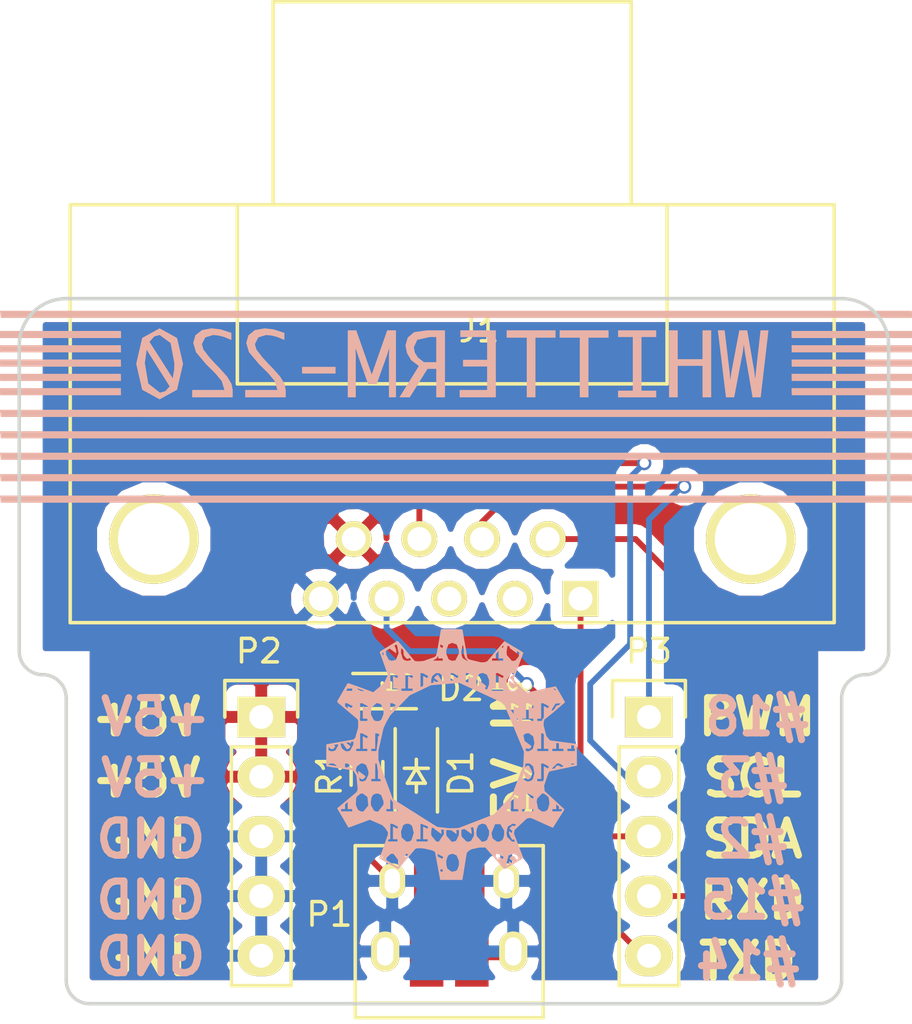
<source format=kicad_pcb>
(kicad_pcb (version 4) (host pcbnew 4.0.5)

  (general
    (links 22)
    (no_connects 0)
    (area 128.982615 59.094999 168.217385 105.65)
    (thickness 1.6)
    (drawings 37)
    (tracks 54)
    (zones 0)
    (modules 9)
    (nets 10)
  )

  (page A4)
  (layers
    (0 F.Cu signal)
    (31 B.Cu signal)
    (32 B.Adhes user hide)
    (33 F.Adhes user hide)
    (34 B.Paste user)
    (35 F.Paste user)
    (36 B.SilkS user)
    (37 F.SilkS user)
    (38 B.Mask user)
    (39 F.Mask user)
    (40 Dwgs.User user)
    (41 Cmts.User user hide)
    (42 Eco1.User user)
    (43 Eco2.User user)
    (44 Edge.Cuts user)
    (45 Margin user)
    (46 B.CrtYd user)
    (47 F.CrtYd user)
    (48 B.Fab user hide)
    (49 F.Fab user hide)
  )

  (setup
    (last_trace_width 0.25)
    (trace_clearance 0.2)
    (zone_clearance 0.508)
    (zone_45_only no)
    (trace_min 0.2)
    (segment_width 0.2)
    (edge_width 0.15)
    (via_size 0.6)
    (via_drill 0.4)
    (via_min_size 0.4)
    (via_min_drill 0.3)
    (uvia_size 0.3)
    (uvia_drill 0.1)
    (uvias_allowed no)
    (uvia_min_size 0.2)
    (uvia_min_drill 0.1)
    (pcb_text_width 0.3)
    (pcb_text_size 1.5 1.5)
    (mod_edge_width 0.15)
    (mod_text_size 1 1)
    (mod_text_width 0.15)
    (pad_size 2.032 1.7272)
    (pad_drill 1.016)
    (pad_to_mask_clearance 0.2)
    (aux_axis_origin 0 0)
    (visible_elements FFFEDF7F)
    (pcbplotparams
      (layerselection 0x010f0_80000001)
      (usegerberextensions false)
      (excludeedgelayer true)
      (linewidth 0.100000)
      (plotframeref false)
      (viasonmask false)
      (mode 1)
      (useauxorigin false)
      (hpglpennumber 1)
      (hpglpenspeed 20)
      (hpglpendiameter 15)
      (hpglpenoverlay 2)
      (psnegative false)
      (psa4output false)
      (plotreference true)
      (plotvalue true)
      (plotinvisibletext false)
      (padsonsilk false)
      (subtractmaskfromsilk false)
      (outputformat 1)
      (mirror false)
      (drillshape 0)
      (scaleselection 1)
      (outputdirectory gerber))
  )

  (net 0 "")
  (net 1 VCC)
  (net 2 "Net-(D1-Pad2)")
  (net 3 "#2_SDA")
  (net 4 "#14_TXD")
  (net 5 GND)
  (net 6 "#3_SCL")
  (net 7 "#18_PWM")
  (net 8 "#15_RXD")
  (net 9 "Net-(D2-Pad1)")

  (net_class Default "This is the default net class."
    (clearance 0.2)
    (trace_width 0.25)
    (via_dia 0.6)
    (via_drill 0.4)
    (uvia_dia 0.3)
    (uvia_drill 0.1)
    (add_net "#14_TXD")
    (add_net "#15_RXD")
    (add_net "#18_PWM")
    (add_net "#2_SDA")
    (add_net "#3_SCL")
    (add_net GND)
    (add_net "Net-(D1-Pad2)")
    (add_net "Net-(D2-Pad1)")
    (add_net VCC)
  )

  (module KiCad/Diodes_SMD.pretty:SOD-123 (layer F.Cu) (tedit 58CC06EB) (tstamp 58D098C5)
    (at 146.9 92.3 270)
    (descr SOD-123)
    (tags SOD-123)
    (path /58CBE3FA)
    (attr smd)
    (fp_text reference D1 (at -0.1 -1.9 270) (layer F.SilkS)
      (effects (font (size 1 1) (thickness 0.15)))
    )
    (fp_text value MBR0520L (at 0 2.1 270) (layer F.Fab)
      (effects (font (size 1 1) (thickness 0.15)))
    )
    (fp_line (start 0.3175 0) (end 0.6985 0) (layer F.SilkS) (width 0.15))
    (fp_line (start -0.6985 0) (end -0.3175 0) (layer F.SilkS) (width 0.15))
    (fp_line (start -0.3175 0) (end 0.3175 -0.381) (layer F.SilkS) (width 0.15))
    (fp_line (start 0.3175 -0.381) (end 0.3175 0.381) (layer F.SilkS) (width 0.15))
    (fp_line (start 0.3175 0.381) (end -0.3175 0) (layer F.SilkS) (width 0.15))
    (fp_line (start -0.3175 -0.508) (end -0.3175 0.508) (layer F.SilkS) (width 0.15))
    (fp_line (start -2.25 -1.05) (end 2.25 -1.05) (layer F.CrtYd) (width 0.05))
    (fp_line (start 2.25 -1.05) (end 2.25 1.05) (layer F.CrtYd) (width 0.05))
    (fp_line (start 2.25 1.05) (end -2.25 1.05) (layer F.CrtYd) (width 0.05))
    (fp_line (start -2.25 -1.05) (end -2.25 1.05) (layer F.CrtYd) (width 0.05))
    (fp_line (start -2 0.9) (end 1.54 0.9) (layer F.SilkS) (width 0.15))
    (fp_line (start -2 -0.9) (end 1.54 -0.9) (layer F.SilkS) (width 0.15))
    (pad 1 smd rect (at -1.635 0 270) (size 0.91 1.22) (layers F.Cu F.Paste F.Mask)
      (net 1 VCC))
    (pad 2 smd rect (at 1.635 0 270) (size 0.91 1.22) (layers F.Cu F.Paste F.Mask)
      (net 2 "Net-(D1-Pad2)"))
  )

  (module KiCad/Connect.pretty:DB9MC (layer F.Cu) (tedit 0) (tstamp 58D098DE)
    (at 148.3 83.5)
    (descr "Connecteur DB9 male couche")
    (tags "CONN DB9")
    (path /58CBE12F)
    (fp_text reference J1 (at 1.27 -10.16) (layer F.SilkS)
      (effects (font (size 1 1) (thickness 0.15)))
    )
    (fp_text value DB9 (at 1.27 -3.81) (layer F.Fab)
      (effects (font (size 1 1) (thickness 0.15)))
    )
    (fp_line (start -16.129 2.286) (end 16.383 2.286) (layer F.SilkS) (width 0.15))
    (fp_line (start 16.383 2.286) (end 16.383 -15.494) (layer F.SilkS) (width 0.15))
    (fp_line (start 16.383 -15.494) (end -16.129 -15.494) (layer F.SilkS) (width 0.15))
    (fp_line (start -16.129 -15.494) (end -16.129 2.286) (layer F.SilkS) (width 0.15))
    (fp_line (start -9.017 -15.494) (end -9.017 -7.874) (layer F.SilkS) (width 0.15))
    (fp_line (start -9.017 -7.874) (end 9.271 -7.874) (layer F.SilkS) (width 0.15))
    (fp_line (start 9.271 -7.874) (end 9.271 -15.494) (layer F.SilkS) (width 0.15))
    (fp_line (start -7.493 -15.494) (end -7.493 -24.13) (layer F.SilkS) (width 0.15))
    (fp_line (start -7.493 -24.13) (end 7.747 -24.13) (layer F.SilkS) (width 0.15))
    (fp_line (start 7.747 -24.13) (end 7.747 -15.494) (layer F.SilkS) (width 0.15))
    (pad "" thru_hole circle (at 12.827 -1.27) (size 3.81 3.81) (drill 3.048) (layers *.Cu *.Mask F.SilkS))
    (pad "" thru_hole circle (at -12.573 -1.27) (size 3.81 3.81) (drill 3.048) (layers *.Cu *.Mask F.SilkS))
    (pad 1 thru_hole rect (at 5.588 1.27) (size 1.524 1.524) (drill 1.016) (layers *.Cu *.Mask F.SilkS)
      (net 3 "#2_SDA"))
    (pad 2 thru_hole circle (at 2.794 1.27) (size 1.524 1.524) (drill 1.016) (layers *.Cu *.Mask F.SilkS))
    (pad 3 thru_hole circle (at 0 1.27) (size 1.524 1.524) (drill 1.016) (layers *.Cu *.Mask F.SilkS))
    (pad 4 thru_hole circle (at -2.667 1.27) (size 1.524 1.524) (drill 1.016) (layers *.Cu *.Mask F.SilkS)
      (net 4 "#14_TXD"))
    (pad 5 thru_hole circle (at -5.461 1.27) (size 1.524 1.524) (drill 1.016) (layers *.Cu *.Mask F.SilkS)
      (net 5 GND))
    (pad 9 thru_hole circle (at -4.064 -1.27) (size 1.524 1.524) (drill 1.016) (layers *.Cu *.Mask F.SilkS)
      (net 1 VCC))
    (pad 8 thru_hole circle (at -1.27 -1.27) (size 1.524 1.524) (drill 1.016) (layers *.Cu *.Mask F.SilkS)
      (net 6 "#3_SCL"))
    (pad 7 thru_hole circle (at 1.397 -1.27) (size 1.524 1.524) (drill 1.016) (layers *.Cu *.Mask F.SilkS)
      (net 7 "#18_PWM"))
    (pad 6 thru_hole circle (at 4.191 -1.27) (size 1.524 1.524) (drill 1.016) (layers *.Cu *.Mask F.SilkS)
      (net 8 "#15_RXD"))
    (model Connect.3dshapes/DB9MC.wrl
      (at (xyz 0 0 0))
      (scale (xyz 1 1 1))
      (rotate (xyz 0 0 0))
    )
  )

  (module KiCad/Connect.pretty:USB_Micro-B_10103594-0001LF (layer F.Cu) (tedit 58CC068B) (tstamp 58D098F6)
    (at 148.3 98.4)
    (descr "Micro USB Type B 10103594-0001LF")
    (tags "USB USB_B USB_micro USB_OTG")
    (path /58CBE223)
    (attr smd)
    (fp_text reference P1 (at -5.1 -0.2) (layer F.SilkS)
      (effects (font (size 1 1) (thickness 0.15)))
    )
    (fp_text value USB_OTG (at 0 6.175) (layer F.Fab)
      (effects (font (size 1 1) (thickness 0.15)))
    )
    (fp_line (start -4.25 -3.4) (end 4.25 -3.4) (layer F.CrtYd) (width 0.05))
    (fp_line (start 4.25 -3.4) (end 4.25 4.45) (layer F.CrtYd) (width 0.05))
    (fp_line (start 4.25 4.45) (end -4.25 4.45) (layer F.CrtYd) (width 0.05))
    (fp_line (start -4.25 4.45) (end -4.25 -3.4) (layer F.CrtYd) (width 0.05))
    (fp_line (start -4 4.195) (end 4 4.195) (layer F.SilkS) (width 0.15))
    (fp_line (start -4 -3.125) (end 4 -3.125) (layer F.SilkS) (width 0.15))
    (fp_line (start 4 -3.125) (end 4 4.195) (layer F.SilkS) (width 0.15))
    (fp_line (start 4 3.575) (end -4 3.575) (layer F.SilkS) (width 0.15))
    (fp_line (start -4 4.195) (end -4 -3.125) (layer F.SilkS) (width 0.15))
    (pad 1 smd rect (at -1.3 -1.5 90) (size 1.65 0.4) (layers F.Cu F.Paste F.Mask)
      (net 2 "Net-(D1-Pad2)"))
    (pad 2 smd rect (at -0.65 -1.5 90) (size 1.65 0.4) (layers F.Cu F.Paste F.Mask))
    (pad 3 smd rect (at -0.0009 -1.5 90) (size 1.65 0.4) (layers F.Cu F.Paste F.Mask))
    (pad 4 smd rect (at 0.65 -1.5 90) (size 1.65 0.4) (layers F.Cu F.Paste F.Mask))
    (pad 5 smd rect (at 1.3 -1.5 90) (size 1.65 0.4) (layers F.Cu F.Paste F.Mask)
      (net 5 GND))
    (pad 6 thru_hole oval (at -2.425 -1.625 90) (size 1.5 1.1) (drill oval 1.05 0.65) (layers *.Cu *.Mask F.SilkS)
      (net 5 GND))
    (pad 6 thru_hole oval (at 2.425 -1.625 90) (size 1.5 1.1) (drill oval 1.05 0.65) (layers *.Cu *.Mask F.SilkS)
      (net 5 GND))
    (pad 6 thru_hole oval (at -2.725 1.375 90) (size 1.7 1.2) (drill oval 1.2 0.7) (layers *.Cu *.Mask F.SilkS)
      (net 5 GND))
    (pad 6 thru_hole oval (at 2.725 1.375 90) (size 1.7 1.2) (drill oval 1.2 0.7) (layers *.Cu *.Mask F.SilkS)
      (net 5 GND))
    (pad 6 smd rect (at -0.9625 1.625 90) (size 2.5 1.425) (layers F.Cu F.Paste F.Mask)
      (net 5 GND))
    (pad 6 smd rect (at 0.9625 1.625 90) (size 2.5 1.425) (layers F.Cu F.Paste F.Mask)
      (net 5 GND))
  )

  (module KiCad/Pin_Headers.pretty:Pin_Header_Straight_1x05 (layer F.Cu) (tedit 58CC06FC) (tstamp 58D0990A)
    (at 140.3 89.8)
    (descr "Through hole pin header")
    (tags "pin header")
    (path /58CBE184)
    (fp_text reference P2 (at -0.1 -2.8) (layer F.SilkS)
      (effects (font (size 1 1) (thickness 0.15)))
    )
    (fp_text value CONN_01X05 (at 0 -3.1) (layer F.Fab)
      (effects (font (size 1 1) (thickness 0.15)))
    )
    (fp_line (start -1.55 0) (end -1.55 -1.55) (layer F.SilkS) (width 0.15))
    (fp_line (start -1.55 -1.55) (end 1.55 -1.55) (layer F.SilkS) (width 0.15))
    (fp_line (start 1.55 -1.55) (end 1.55 0) (layer F.SilkS) (width 0.15))
    (fp_line (start -1.75 -1.75) (end -1.75 11.95) (layer F.CrtYd) (width 0.05))
    (fp_line (start 1.75 -1.75) (end 1.75 11.95) (layer F.CrtYd) (width 0.05))
    (fp_line (start -1.75 -1.75) (end 1.75 -1.75) (layer F.CrtYd) (width 0.05))
    (fp_line (start -1.75 11.95) (end 1.75 11.95) (layer F.CrtYd) (width 0.05))
    (fp_line (start 1.27 1.27) (end 1.27 11.43) (layer F.SilkS) (width 0.15))
    (fp_line (start 1.27 11.43) (end -1.27 11.43) (layer F.SilkS) (width 0.15))
    (fp_line (start -1.27 11.43) (end -1.27 1.27) (layer F.SilkS) (width 0.15))
    (fp_line (start 1.27 1.27) (end -1.27 1.27) (layer F.SilkS) (width 0.15))
    (pad 1 thru_hole rect (at 0 0) (size 2.032 1.7272) (drill 1.016) (layers *.Cu *.Mask F.SilkS)
      (net 1 VCC))
    (pad 2 thru_hole oval (at 0 2.54) (size 2.032 1.7272) (drill 1.016) (layers *.Cu *.Mask F.SilkS)
      (net 1 VCC))
    (pad 3 thru_hole oval (at 0 5.08) (size 2.032 1.7272) (drill 1.016) (layers *.Cu *.Mask F.SilkS)
      (net 5 GND))
    (pad 4 thru_hole oval (at 0 7.62) (size 2.032 1.7272) (drill 1.016) (layers *.Cu *.Mask F.SilkS)
      (net 5 GND))
    (pad 5 thru_hole oval (at 0 10.16) (size 2.032 1.7272) (drill 1.016) (layers *.Cu *.Mask F.SilkS)
      (net 5 GND))
    (model Pin_Headers.3dshapes/Pin_Header_Straight_1x05.wrl
      (at (xyz 0 -0.2 0))
      (scale (xyz 1 1 1))
      (rotate (xyz 0 0 90))
    )
  )

  (module KiCad/Pin_Headers.pretty:Pin_Header_Straight_1x05 (layer F.Cu) (tedit 58CC06F8) (tstamp 58D0991E)
    (at 156.8 89.8)
    (descr "Through hole pin header")
    (tags "pin header")
    (path /58CBE1DB)
    (fp_text reference P3 (at 0 -2.8) (layer F.SilkS)
      (effects (font (size 1 1) (thickness 0.15)))
    )
    (fp_text value CONN_01X05 (at 0 -3.1) (layer F.Fab)
      (effects (font (size 1 1) (thickness 0.15)))
    )
    (fp_line (start -1.55 0) (end -1.55 -1.55) (layer F.SilkS) (width 0.15))
    (fp_line (start -1.55 -1.55) (end 1.55 -1.55) (layer F.SilkS) (width 0.15))
    (fp_line (start 1.55 -1.55) (end 1.55 0) (layer F.SilkS) (width 0.15))
    (fp_line (start -1.75 -1.75) (end -1.75 11.95) (layer F.CrtYd) (width 0.05))
    (fp_line (start 1.75 -1.75) (end 1.75 11.95) (layer F.CrtYd) (width 0.05))
    (fp_line (start -1.75 -1.75) (end 1.75 -1.75) (layer F.CrtYd) (width 0.05))
    (fp_line (start -1.75 11.95) (end 1.75 11.95) (layer F.CrtYd) (width 0.05))
    (fp_line (start 1.27 1.27) (end 1.27 11.43) (layer F.SilkS) (width 0.15))
    (fp_line (start 1.27 11.43) (end -1.27 11.43) (layer F.SilkS) (width 0.15))
    (fp_line (start -1.27 11.43) (end -1.27 1.27) (layer F.SilkS) (width 0.15))
    (fp_line (start 1.27 1.27) (end -1.27 1.27) (layer F.SilkS) (width 0.15))
    (pad 1 thru_hole rect (at 0 0) (size 2.032 1.7272) (drill 1.016) (layers *.Cu *.Mask F.SilkS)
      (net 7 "#18_PWM"))
    (pad 2 thru_hole oval (at 0 2.54) (size 2.032 1.7272) (drill 1.016) (layers *.Cu *.Mask F.SilkS)
      (net 6 "#3_SCL"))
    (pad 3 thru_hole oval (at 0 5.08) (size 2.032 1.7272) (drill 1.016) (layers *.Cu *.Mask F.SilkS)
      (net 3 "#2_SDA"))
    (pad 4 thru_hole oval (at 0 7.62) (size 2.032 1.7272) (drill 1.016) (layers *.Cu *.Mask F.SilkS)
      (net 8 "#15_RXD"))
    (pad 5 thru_hole oval (at 0 10.16) (size 2.032 1.7272) (drill 1.016) (layers *.Cu *.Mask F.SilkS)
      (net 4 "#14_TXD"))
    (model Pin_Headers.3dshapes/Pin_Header_Straight_1x05.wrl
      (at (xyz 0 -0.2 0))
      (scale (xyz 1 1 1))
      (rotate (xyz 0 0 90))
    )
  )

  (module KiCad/LEDs.pretty:LED_0805 (layer F.Cu) (tedit 58CC0672) (tstamp 58D0C622)
    (at 145.8 88.7)
    (descr "LED 0805 smd package")
    (tags "LED 0805 SMD")
    (path /58CBEFCF)
    (attr smd)
    (fp_text reference D2 (at 3 -0.1) (layer F.SilkS)
      (effects (font (size 1 1) (thickness 0.15)))
    )
    (fp_text value LED (at 0 1.75) (layer F.Fab)
      (effects (font (size 1 1) (thickness 0.15)))
    )
    (fp_line (start -0.4 -0.3) (end -0.4 0.3) (layer F.Fab) (width 0.15))
    (fp_line (start -0.3 0) (end 0 -0.3) (layer F.Fab) (width 0.15))
    (fp_line (start 0 0.3) (end -0.3 0) (layer F.Fab) (width 0.15))
    (fp_line (start 0 -0.3) (end 0 0.3) (layer F.Fab) (width 0.15))
    (fp_line (start 1 -0.6) (end -1 -0.6) (layer F.Fab) (width 0.15))
    (fp_line (start 1 0.6) (end 1 -0.6) (layer F.Fab) (width 0.15))
    (fp_line (start -1 0.6) (end 1 0.6) (layer F.Fab) (width 0.15))
    (fp_line (start -1 -0.6) (end -1 0.6) (layer F.Fab) (width 0.15))
    (fp_line (start -1.6 0.75) (end 1.1 0.75) (layer F.SilkS) (width 0.15))
    (fp_line (start -1.6 -0.75) (end 1.1 -0.75) (layer F.SilkS) (width 0.15))
    (fp_line (start -0.1 0.15) (end -0.1 -0.1) (layer F.SilkS) (width 0.15))
    (fp_line (start -0.1 -0.1) (end -0.25 0.05) (layer F.SilkS) (width 0.15))
    (fp_line (start -0.35 -0.35) (end -0.35 0.35) (layer F.SilkS) (width 0.15))
    (fp_line (start 0 0) (end 0.35 0) (layer F.SilkS) (width 0.15))
    (fp_line (start -0.35 0) (end 0 -0.35) (layer F.SilkS) (width 0.15))
    (fp_line (start 0 -0.35) (end 0 0.35) (layer F.SilkS) (width 0.15))
    (fp_line (start 0 0.35) (end -0.35 0) (layer F.SilkS) (width 0.15))
    (fp_line (start 1.9 -0.95) (end 1.9 0.95) (layer F.CrtYd) (width 0.05))
    (fp_line (start 1.9 0.95) (end -1.9 0.95) (layer F.CrtYd) (width 0.05))
    (fp_line (start -1.9 0.95) (end -1.9 -0.95) (layer F.CrtYd) (width 0.05))
    (fp_line (start -1.9 -0.95) (end 1.9 -0.95) (layer F.CrtYd) (width 0.05))
    (pad 2 smd rect (at 1.04902 0 180) (size 1.19888 1.19888) (layers F.Cu F.Paste F.Mask)
      (net 1 VCC))
    (pad 1 smd rect (at -1.04902 0 180) (size 1.19888 1.19888) (layers F.Cu F.Paste F.Mask)
      (net 9 "Net-(D2-Pad1)"))
    (model LEDs.3dshapes/LED_0805.wrl
      (at (xyz 0 0 0))
      (scale (xyz 1 1 1))
      (rotate (xyz 0 0 0))
    )
  )

  (module KiCad/Resistors_SMD.pretty:R_0603 (layer F.Cu) (tedit 58CC06DF) (tstamp 58CC0708)
    (at 144.8 92.2 270)
    (descr "Resistor SMD 0603, reflow soldering, Vishay (see dcrcw.pdf)")
    (tags "resistor 0603")
    (path /58CBF036)
    (attr smd)
    (fp_text reference R1 (at 0 1.6 270) (layer F.SilkS)
      (effects (font (size 1 1) (thickness 0.15)))
    )
    (fp_text value R330 (at 0 1.9 270) (layer F.Fab)
      (effects (font (size 1 1) (thickness 0.15)))
    )
    (fp_line (start -1.3 -0.8) (end 1.3 -0.8) (layer F.CrtYd) (width 0.05))
    (fp_line (start -1.3 0.8) (end 1.3 0.8) (layer F.CrtYd) (width 0.05))
    (fp_line (start -1.3 -0.8) (end -1.3 0.8) (layer F.CrtYd) (width 0.05))
    (fp_line (start 1.3 -0.8) (end 1.3 0.8) (layer F.CrtYd) (width 0.05))
    (fp_line (start 0.5 0.675) (end -0.5 0.675) (layer F.SilkS) (width 0.15))
    (fp_line (start -0.5 -0.675) (end 0.5 -0.675) (layer F.SilkS) (width 0.15))
    (pad 1 smd rect (at -0.75 0 270) (size 0.5 0.9) (layers F.Cu F.Paste F.Mask)
      (net 9 "Net-(D2-Pad1)"))
    (pad 2 smd rect (at 0.75 0 270) (size 0.5 0.9) (layers F.Cu F.Paste F.Mask)
      (net 5 GND))
    (model Resistors_SMD.3dshapes/R_0603.wrl
      (at (xyz 0 0 0))
      (scale (xyz 1 1 1))
      (rotate (xyz 0 0 0))
    )
  )

  (module tunaf1sh/JBR-logos.pretty:whitterm220 (layer B.Cu) (tedit 58CC231B) (tstamp 58D56CEF)
    (at 148.6 76.6 180)
    (descr "Imported from whitterm220.svg")
    (tags svg2mod)
    (attr smd)
    (fp_text reference whitterm220-logo (at 0 7.131862 180) (layer B.SilkS) hide
      (effects (font (thickness 0.3048)) (justify mirror))
    )
    (fp_text value G*** (at 0 -7.131862 180) (layer B.SilkS) hide
      (effects (font (thickness 0.3048)) (justify mirror))
    )
    (fp_poly (pts (xy -12.955522 0.399653) (xy -13.28625 3.251275) (xy -12.94817 3.251275) (xy -12.753408 1.514947)
      (xy -12.72767 1.226476) (xy -12.718488 1.226476) (xy -12.681741 1.514947) (xy -12.382248 3.251275)
      (xy -12.044168 3.251275) (xy -11.702416 1.445125) (xy -11.667505 1.169516) (xy -11.658323 1.169516)
      (xy -11.636287 1.446964) (xy -11.421314 3.251275) (xy -11.131005 3.251275) (xy -11.476436 0.399653)
      (xy -11.827376 0.399653) (xy -12.194852 2.332582) (xy -12.233436 2.62289) (xy -12.242618 2.62289)
      (xy -12.277529 2.332582) (xy -12.608257 0.399653) (xy -12.955525 0.399653) (xy -12.955522 0.399653)) (layer B.SilkS) (width 0))
    (fp_poly (pts (xy -10.849879 0.399653) (xy -10.849879 3.251275) (xy -10.478727 3.251275) (xy -10.478727 2.023902)
      (xy -9.424068 2.023902) (xy -9.424068 3.251275) (xy -9.054753 3.251275) (xy -9.054753 0.399653)
      (xy -9.424068 0.399653) (xy -9.424068 1.739106) (xy -10.478727 1.739106) (xy -10.478727 0.399653)
      (xy -10.849879 0.399653)) (layer B.SilkS) (width 0))
    (fp_poly (pts (xy -8.509051 0.399653) (xy -8.509051 0.684449) (xy -7.882503 0.684449) (xy -7.882503 2.964642)
      (xy -8.509051 2.964642) (xy -8.509051 3.251275) (xy -6.884803 3.251275) (xy -6.884803 2.964642)
      (xy -7.511351 2.964642) (xy -7.511351 0.684449) (xy -6.884803 0.684449) (xy -6.884803 0.399653)
      (xy -8.509051 0.399653)) (layer B.SilkS) (width 0))
    (fp_poly (pts (xy -5.626194 0.399653) (xy -5.626194 2.937082) (xy -6.480579 2.937082) (xy -6.480579 3.251275)
      (xy -4.398821 3.251275) (xy -4.398821 2.937082) (xy -5.255043 2.937082) (xy -5.255043 0.399653)
      (xy -5.626194 0.399653)) (layer B.SilkS) (width 0))
    (fp_poly (pts (xy -3.369885 0.399653) (xy -3.369885 2.937082) (xy -4.224271 2.937082) (xy -4.224271 3.251275)
      (xy -2.142515 3.251275) (xy -2.142515 2.937082) (xy -2.998734 2.937082) (xy -2.998734 0.399653)
      (xy -3.369885 0.399653)) (layer B.SilkS) (width 0))
    (fp_poly (pts (xy -0.14344 0.713846) (xy -0.14344 0.399653) (xy -1.683169 0.399653) (xy -1.683169 3.251275)
      (xy -0.172839 3.251275) (xy -0.172839 2.964642) (xy -1.312017 2.964642) (xy -1.312017 1.996342)
      (xy -0.286757 1.996342) (xy -0.286757 1.711546) (xy -1.312017 1.711546) (xy -1.312017 0.713846)
      (xy -0.14344 0.713846)) (layer B.SilkS) (width 0))
    (fp_poly (pts (xy 0.852421 1.610491) (xy 0.852421 1.897123) (xy 1.372402 1.897123) (xy 1.631475 2.091885)
      (xy 1.761926 2.303183) (xy 1.806025 2.527344) (xy 1.659035 2.845212) (xy 1.129869 2.964642)
      (xy 0.852421 2.964642) (xy 0.852421 1.897123) (xy 0.852421 1.610491) (xy 0.852421 0.399653)
      (xy 0.481269 0.399653) (xy 0.481269 3.251275) (xy 1.243784 3.251275) (xy 1.793162 3.174104)
      (xy 2.065095 2.944431) (xy 2.162477 2.611863) (xy 2.098169 2.279299) (xy 1.919943 1.979806)
      (xy 1.594724 1.731757) (xy 2.41971 0.399653) (xy 1.978739 0.399653) (xy 1.223573 1.610491)
      (xy 0.852421 1.610491)) (layer B.SilkS) (width 0))
    (fp_poly (pts (xy 2.866196 0.399653) (xy 2.5667 0.399653) (xy 2.5667 3.251275) (xy 2.939691 3.251275)
      (xy 3.597475 1.373466) (xy 4.255259 3.251275) (xy 4.61906 3.251275) (xy 4.61906 0.399653)
      (xy 4.277307 0.399653) (xy 4.277307 2.216827) (xy 4.286489 2.466712) (xy 4.277307 2.466712)
      (xy 4.196461 2.216827) (xy 3.75549 0.969243) (xy 3.384338 0.969243) (xy 2.937852 2.216827)
      (xy 2.866196 2.466712) (xy 2.857015 2.466712) (xy 2.866196 2.216827) (xy 2.866196 0.399653)) (layer B.SilkS) (width 0))
    (fp_poly (pts (xy 5.137202 1.412053) (xy 5.137202 1.696846) (xy 6.563012 1.696846) (xy 6.563012 1.412053)
      (xy 5.137202 1.412053)) (layer B.SilkS) (width 0))
    (fp_poly (pts (xy 8.982847 0.399653) (xy 7.257544 0.399653) (xy 7.257544 0.713846) (xy 7.307152 0.972918)
      (xy 7.496405 1.285274) (xy 7.792222 1.617839) (xy 7.986987 1.816276) (xy 8.24422 2.097397)
      (xy 8.505129 2.435477) (xy 8.569436 2.666986) (xy 8.422446 2.949943) (xy 8.091718 3.050998)
      (xy 7.856532 3.027126) (xy 7.630532 2.970166) (xy 7.314503 2.839712) (xy 7.314503 3.14288)
      (xy 7.777522 3.293546) (xy 8.161537 3.335806) (xy 8.569436 3.262311) (xy 8.846881 3.03815)
      (xy 8.938751 2.712933) (xy 8.821157 2.317894) (xy 8.382023 1.797916) (xy 8.172561 1.590291)
      (xy 7.996171 1.417577) (xy 7.726078 1.090521) (xy 7.612159 0.713858) (xy 8.982847 0.713858)
      (xy 8.982847 0.399665) (xy 8.982847 0.399653)) (layer B.SilkS) (width 0))
    (fp_poly (pts (xy 11.239156 0.399653) (xy 9.513853 0.399653) (xy 9.513853 0.713846) (xy 9.56346 0.972918)
      (xy 9.75271 1.285274) (xy 10.048531 1.617839) (xy 10.243292 1.816276) (xy 10.500529 2.097397)
      (xy 10.761434 2.435477) (xy 10.825745 2.666986) (xy 10.678755 2.949943) (xy 10.348023 3.050998)
      (xy 10.112838 3.027126) (xy 9.88684 2.970166) (xy 9.570812 2.839712) (xy 9.570812 3.14288)
      (xy 10.033831 3.293546) (xy 10.417846 3.335806) (xy 10.825745 3.262311) (xy 11.10319 3.03815)
      (xy 11.195057 2.712933) (xy 11.077466 2.317894) (xy 10.638331 1.797916) (xy 10.42887 1.590291)
      (xy 10.25248 1.417577) (xy 9.982384 1.090521) (xy 9.868468 0.713858) (xy 11.239156 0.713858)
      (xy 11.239156 0.399665) (xy 11.239156 0.399653)) (layer B.SilkS) (width 0))
    (fp_poly (pts (xy 12.624544 3.335794) (xy 13.054491 2.760693) (xy 12.850541 2.990366) (xy 12.624544 3.050998)
      (xy 12.157849 2.709246) (xy 11.997995 1.845676) (xy 12.00534 1.588443) (xy 12.067812 1.215452)
      (xy 12.067815 1.215452) (xy 13.054491 2.760693) (xy 12.624544 3.335794) (xy 13.366847 2.926059)
      (xy 13.177594 2.420777) (xy 12.198266 0.866348) (xy 12.380168 0.664238) (xy 12.609841 0.598091)
      (xy 13.105935 0.987618) (xy 13.252925 1.854863) (xy 13.177594 2.420777) (xy 13.366847 2.926059)
      (xy 13.622244 1.825464) (xy 13.366847 0.721197) (xy 12.624544 0.313298) (xy 11.88224 0.721197)
      (xy 11.626844 1.825464) (xy 11.88224 2.926059) (xy 12.624544 3.335794)) (layer B.SilkS) (width 0))
    (fp_poly (pts (xy -13.094552 -0.130657) (xy 13.457156 -0.130657) (xy 13.430548 -0.43475) (xy -13.12116 -0.43475)
      (xy -13.094552 -0.130657)) (layer B.SilkS) (width 0))
    (fp_poly (pts (xy -13.360368 -0.130656) (xy 13.457155 -0.130656) (xy 13.430272 -0.434749) (xy -13.387248 -0.434749)
      (xy -13.360368 -0.130656)) (layer B.SilkS) (width 0))
    (fp_poly (pts (xy -19.378505 -0.130656) (xy 19.417384 -0.130656) (xy 19.378505 -0.434749) (xy -19.417384 -0.434749)
      (xy -19.378505 -0.130656)) (layer B.SilkS) (width 0))
    (fp_poly (pts (xy -19.378505 4.083862) (xy 19.417384 4.083862) (xy 19.378505 3.77977) (xy -19.417384 3.77977)
      (xy -19.378505 4.083862)) (layer B.SilkS) (width 0))
    (fp_poly (pts (xy -19.412236 3.224992) (xy -14.268561 3.224992) (xy -14.273709 2.920899) (xy -19.417384 2.920899)
      (xy -19.412236 3.224992)) (layer B.SilkS) (width 0))
    (fp_poly (pts (xy -19.412236 3.224992) (xy -14.268561 3.224992) (xy -14.273709 2.920899) (xy -19.417384 2.920899)
      (xy -19.412236 3.224992)) (layer B.SilkS) (width 0))
    (fp_poly (pts (xy -19.412236 2.616807) (xy -14.268561 2.616807) (xy -14.273709 2.312714) (xy -19.417384 2.312714)
      (xy -19.412236 2.616807)) (layer B.SilkS) (width 0))
    (fp_poly (pts (xy -19.412236 2.008621) (xy -14.268561 2.008621) (xy -14.273709 1.704529) (xy -19.417384 1.704529)
      (xy -19.412236 2.008621)) (layer B.SilkS) (width 0))
    (fp_poly (pts (xy -19.412236 1.400436) (xy -14.268561 1.400436) (xy -14.273709 1.096344) (xy -19.417384 1.096344)
      (xy -19.412236 1.400436)) (layer B.SilkS) (width 0))
    (fp_poly (pts (xy -19.412236 0.792251) (xy -14.268561 0.792251) (xy -14.273709 0.488159) (xy -19.417384 0.488159)
      (xy -19.412236 0.792251)) (layer B.SilkS) (width 0))
    (fp_poly (pts (xy 14.273709 3.224992) (xy 19.417384 3.224992) (xy 19.412236 2.920899) (xy 14.268561 2.920899)
      (xy 14.273709 3.224992)) (layer B.SilkS) (width 0))
    (fp_poly (pts (xy 14.273709 3.224992) (xy 19.417384 3.224992) (xy 19.412236 2.920899) (xy 14.268561 2.920899)
      (xy 14.273709 3.224992)) (layer B.SilkS) (width 0))
    (fp_poly (pts (xy 14.273709 2.616807) (xy 19.417384 2.616807) (xy 19.412236 2.312714) (xy 14.268561 2.312714)
      (xy 14.273709 2.616807)) (layer B.SilkS) (width 0))
    (fp_poly (pts (xy 14.273709 2.008621) (xy 19.417384 2.008621) (xy 19.412236 1.704529) (xy 14.268561 1.704529)
      (xy 14.273709 2.008621)) (layer B.SilkS) (width 0))
    (fp_poly (pts (xy 14.273709 1.400436) (xy 19.417384 1.400436) (xy 19.412236 1.096344) (xy 14.268561 1.096344)
      (xy 14.273709 1.400436)) (layer B.SilkS) (width 0))
    (fp_poly (pts (xy 14.273709 0.792251) (xy 19.417384 0.792251) (xy 19.412236 0.488159) (xy 14.268561 0.488159)
      (xy 14.273709 0.792251)) (layer B.SilkS) (width 0))
    (fp_poly (pts (xy -19.378505 -0.130656) (xy 19.417384 -0.130656) (xy 19.378505 -0.434749) (xy -19.417384 -0.434749)
      (xy -19.378505 -0.130656)) (layer B.SilkS) (width 0))
    (fp_poly (pts (xy -19.378505 -1.042934) (xy 19.417384 -1.042934) (xy 19.378505 -1.347026) (xy -19.417384 -1.347026)
      (xy -19.378505 -1.042934)) (layer B.SilkS) (width 0))
    (fp_poly (pts (xy -19.378505 -1.955214) (xy 19.417384 -1.955214) (xy 19.378505 -2.259307) (xy -19.417384 -2.259307)
      (xy -19.378505 -1.955214)) (layer B.SilkS) (width 0))
    (fp_poly (pts (xy -19.378505 -2.867492) (xy 19.417384 -2.867492) (xy 19.378505 -3.171585) (xy -19.417384 -3.171585)
      (xy -19.378505 -2.867492)) (layer B.SilkS) (width 0))
    (fp_poly (pts (xy -19.378505 -3.77977) (xy 19.417384 -3.77977) (xy 19.378505 -4.083862) (xy -19.417384 -4.083862)
      (xy -19.378505 -3.77977)) (layer B.SilkS) (width 0))
  )

  (module tunaf1sh/JBR-logos.pretty:jbrbinary (layer B.Cu) (tedit 58CC242D) (tstamp 58D56F38)
    (at 148.4 91.4 180)
    (descr "Imported from jbrbinary.svg")
    (tags svg2mod)
    (attr smd)
    (fp_text reference jbrbinary (at 0 8.380526 180) (layer B.SilkS) hide
      (effects (font (thickness 0.3048)) (justify mirror))
    )
    (fp_text value G*** (at 0 -8.380526 180) (layer B.SilkS) hide
      (effects (font (thickness 0.3048)) (justify mirror))
    )
    (fp_poly (pts (xy -0.462738 -5.318155) (xy -0.00548 -4.985199) (xy 0.176737 -4.853456) (xy 0.224401 -4.686227)
      (xy 0.223497 -4.509055) (xy 0.160472 -4.319696) (xy 0.101598 -4.259907) (xy -0.048002 -4.22126)
      (xy -0.210119 -4.285468) (xy -0.310509 -4.519064) (xy -0.31047 -4.697976) (xy -0.249353 -4.886113)
      (xy -0.185443 -4.950354) (xy -0.005517 -4.985199) (xy -0.00548 -4.985199) (xy -0.462738 -5.318155)
      (xy 0.377854 -4.884225) (xy 0.377854 -4.931265) (xy 0.377854 -4.978302) (xy 0.421694 -4.9777)
      (xy 0.465534 -4.977098) (xy 0.469538 -4.955002) (xy 0.469562 -4.955222) (xy 0.477901 -4.908669)
      (xy 0.482236 -4.884225) (xy 0.430045 -4.884225) (xy 0.377854 -4.884225) (xy -0.462738 -5.318155)
      (xy -0.45141 -4.888063) (xy -0.444546 -4.927836) (xy -0.438044 -4.963539) (xy -0.437441 -4.923766)
      (xy -0.437502 -4.923772) (xy -0.437502 -4.883999) (xy -0.444937 -4.883999) (xy -0.45141 -4.888063)
      (xy -0.462738 -5.318155) (xy -0.639139 -3.701878) (xy -0.434437 -3.495511) (xy -0.417639 -3.409833)
      (xy -0.417678 -3.22773) (xy -0.439774 -3.188718) (xy -0.505334 -3.178332) (xy -0.556986 -3.170295)
      (xy -0.705527 -3.278569) (xy -0.851843 -3.386843) (xy -0.853348 -3.370316) (xy -0.850007 -3.240798)
      (xy -0.821017 -3.125458) (xy -0.817133 -3.11149) (xy -0.91075 -3.086564) (xy -0.93402 -3.147973)
      (xy -0.955303 -3.342807) (xy -0.943172 -3.468595) (xy -0.826682 -3.668442) (xy -0.740694 -3.701776)
      (xy -0.724438 -3.704485) (xy -0.690719 -3.705087) (xy -0.639193 -3.701746) (xy -0.639139 -3.701878)
      (xy -0.462738 -5.318155) (xy -0.31044 -3.2359) (xy -0.310482 -3.415751) (xy -0.193623 -3.662352)
      (xy -0.099527 -3.701363) (xy -0.083271 -3.704073) (xy -0.049555 -3.704675) (xy 0.001967 -3.701333)
      (xy 0.001943 -3.701487) (xy 0.215863 -3.456533) (xy 0.226731 -3.321759) (xy 0.224322 -3.234289)
      (xy 0.221914 -3.210989) (xy 0.200932 -3.212193) (xy 0.063379 -3.218003) (xy 0.015493 -3.219207)
      (xy -0.092098 -3.298792) (xy -0.205369 -3.382667) (xy -0.211059 -3.386972) (xy -0.212564 -3.356628)
      (xy -0.207296 -3.228016) (xy -0.206995 -3.212332) (xy -0.249594 -3.208779) (xy -0.297706 -3.204806)
      (xy -0.31044 -3.2359) (xy -0.462738 -5.318155) (xy -0.499265 -5.106183) (xy -0.310133 -3.11914)
      (xy -0.116692 -3.132506) (xy 0.124661 -3.131904) (xy 0.124637 -3.131904) (xy 0.613783 -3.073237)
      (xy 2.499943 -1.885658) (xy 3.113013 -0.233007) (xy 3.11211 0.166529) (xy 2.896574 1.117469)
      (xy 2.790064 1.353395) (xy 2.602367 1.677907) (xy 1.777962 2.520386) (xy 0.867723 2.951501)
      (xy -0.336341 3.04901) (xy -2.102628 2.232847) (xy -2.265453 2.069276) (xy -3.078755 0.119525)
      (xy -3.050789 -0.461702) (xy -2.560719 -1.74909) (xy -1.804977 -2.542163) (xy -0.310133 -3.11914)
      (xy -0.499265 -5.106183) (xy -0.637348 -4.242926) (xy 0.543172 -3.701309) (xy 0.643878 -3.701309)
      (xy 0.643835 -3.701309) (xy 0.859447 -3.448116) (xy 0.86896 -3.304395) (xy 0.843884 -3.124405)
      (xy 0.838284 -3.107155) (xy 0.788387 -3.119769) (xy 0.738033 -3.132683) (xy 0.741224 -3.143581)
      (xy 0.743632 -3.155381) (xy 0.433209 -3.384197) (xy 0.430198 -3.282615) (xy 0.440464 -3.193454)
      (xy 0.441668 -3.187312) (xy 0.435527 -3.188517) (xy 0.39141 -3.194206) (xy 0.344854 -3.199836)
      (xy 0.336245 -3.201943) (xy 0.332542 -3.23024) (xy 0.328869 -3.382101) (xy 0.543172 -3.701309)
      (xy -0.637348 -4.242926) (xy 1.736835 -3.665745) (xy 1.83052 -3.702152) (xy 1.919344 -3.703055)
      (xy 1.919344 -3.702917) (xy 2.121298 -3.529315) (xy 2.153205 -3.283641) (xy 2.058393 -3.004077)
      (xy 1.929956 -2.940787) (xy 1.831424 -2.942894) (xy 1.74465 -2.979082) (xy 1.679105 -3.045988)
      (xy 1.610872 -3.323803) (xy 1.706614 -3.639916) (xy 1.736835 -3.665745) (xy -0.637348 -4.242926)
      (xy 1.019569 -3.601816) (xy 1.019569 -3.64882) (xy 1.019569 -3.695827) (xy 1.254591 -3.695827)
      (xy 1.489611 -3.695827) (xy 1.489611 -3.64882) (xy 1.489473 -3.648823) (xy 1.489473 -3.601819)
      (xy 1.405405 -3.601819) (xy 1.32134 -3.601819) (xy 1.32134 -3.273692) (xy 1.32134 -2.945562)
      (xy 1.307673 -2.945562) (xy 1.273268 -2.954593) (xy 1.080884 -3.030511) (xy 0.995928 -3.070667)
      (xy 1.032089 -3.154135) (xy 1.209698 -3.06001) (xy 1.211203 -3.330534) (xy 1.211203 -3.601816)
      (xy 1.115383 -3.601816) (xy 1.019569 -3.601816) (xy -0.637348 -4.242926) (xy 2.303118 -3.648808)
      (xy 2.303118 -3.695812) (xy 2.506502 -3.695812) (xy 2.709889 -3.694006) (xy 2.709922 -3.693849)
      (xy 2.695322 -3.646848) (xy 2.680721 -3.601816) (xy 2.643787 -3.601816) (xy 2.60685 -3.601816)
      (xy 2.60685 -3.273689) (xy 2.60685 -2.945559) (xy 2.561098 -2.945559) (xy 2.515344 -2.945559)
      (xy 2.397936 -3.007313) (xy 2.279809 -3.069655) (xy 2.315937 -3.15415) (xy 2.48527 -3.064426)
      (xy 2.494753 -3.059098) (xy 2.494753 -3.33045) (xy 2.494753 -3.601804) (xy 2.398936 -3.601804)
      (xy 2.303118 -3.601804) (xy 2.303118 -3.648808) (xy -0.637348 -4.242926) (xy -0.652851 -4.17578)
      (xy 0.594673 -4.228268) (xy 0.354542 -4.353355) (xy 0.389131 -4.434488) (xy 0.392141 -4.437619)
      (xy 0.481116 -4.389886) (xy 0.481044 -4.389889) (xy 0.568724 -4.342187) (xy 0.569627 -4.366872)
      (xy 0.57053 -4.391557) (xy 0.584679 -4.31351) (xy 0.599851 -4.23158) (xy 0.594673 -4.228268)
      (xy -0.652851 -4.17578) (xy -1.067855 -3.459594) (xy -1.055844 -3.338538) (xy -1.072642 -3.155944)
      (xy -1.143662 -3.0111) (xy -1.18852 -2.985121) (xy -1.258962 -2.955047) (xy -1.295433 -2.938972)
      (xy -1.321322 -2.93899) (xy -1.460645 -2.977487) (xy -1.594279 -3.241797) (xy -1.593375 -3.418054)
      (xy -1.502805 -3.639759) (xy -1.374311 -3.70351) (xy -1.280935 -3.702004) (xy -1.280971 -3.701995)
      (xy -1.067855 -3.459594) (xy -0.652851 -4.17578) (xy -0.75108 -4.081597) (xy -1.744565 -3.562666)
      (xy -1.698088 -3.342039) (xy -1.853679 -2.961438) (xy -2.074616 -2.961438) (xy -2.235677 -3.233666)
      (xy -2.23658 -3.411742) (xy -2.194652 -3.569024) (xy -2.149526 -3.635587) (xy -2.077148 -3.686649)
      (xy -2.016585 -3.703507) (xy -1.928902 -3.702905) (xy -1.928926 -3.702856) (xy -1.744565 -3.562666)
      (xy -0.75108 -4.081597) (xy -0.866335 -4.0244) (xy -1.282579 -3.934456) (xy -2.570695 -3.702667)
      (xy -2.360069 -3.492751) (xy -2.339869 -3.34011) (xy -2.387291 -3.071311) (xy -2.605968 -2.938761)
      (xy -2.734706 -2.970527) (xy -2.742353 -2.975012) (xy -2.723869 -2.998041) (xy -2.695812 -3.034063)
      (xy -2.686239 -3.047038) (xy -2.675041 -3.040957) (xy -2.60961 -3.026538) (xy -2.568428 -3.031324)
      (xy -2.47303 -3.131714) (xy -2.466226 -3.153419) (xy -2.523715 -3.198424) (xy -2.581235 -3.242324)
      (xy -2.578194 -3.257285) (xy -2.567387 -3.322237) (xy -2.566183 -3.341443) (xy -2.506966 -3.297378)
      (xy -2.446996 -3.253306) (xy -2.44239 -3.362248) (xy -2.56801 -3.612485) (xy -2.605977 -3.618054)
      (xy -2.660766 -3.61107) (xy -2.694662 -3.693825) (xy -2.656888 -3.703458) (xy -2.570722 -3.702856)
      (xy -2.570695 -3.702667) (xy -1.282579 -3.934456) (xy -1.423895 -3.945715) (xy -2.424605 -4.296619)
      (xy -2.605754 -4.220688) (xy -2.766511 -4.275293) (xy -2.849651 -4.398402) (xy -2.816095 -4.450795)
      (xy -2.771505 -4.475901) (xy -2.764912 -4.460217) (xy -2.662915 -4.317345) (xy -2.573203 -4.311927)
      (xy -2.501366 -4.361775) (xy -2.466172 -4.436417) (xy -2.547678 -4.498371) (xy -2.62829 -4.559042)
      (xy -2.587309 -4.584118) (xy -2.542563 -4.605703) (xy -2.493007 -4.569229) (xy -2.44621 -4.536013)
      (xy -2.442026 -4.646454) (xy -2.442628 -4.668159) (xy -2.395723 -4.695553) (xy -2.348816 -4.722947)
      (xy -2.347612 -4.718131) (xy -2.343427 -4.689833) (xy -2.343563 -4.68983) (xy -2.339649 -4.622034)
      (xy -2.424605 -4.296619) (xy -1.423895 -3.945715) (xy -1.88701 -4.349093) (xy -1.88701 -4.288509)
      (xy -1.88701 -4.227919) (xy -1.932181 -4.227919) (xy -1.977351 -4.227919) (xy -2.092627 -4.288684)
      (xy -2.210926 -4.351043) (xy -2.195543 -4.395133) (xy -2.175674 -4.437634) (xy -2.089445 -4.391515)
      (xy -2.001895 -4.344318) (xy -1.999185 -4.408517) (xy -1.998583 -4.473791) (xy -1.942539 -4.411443)
      (xy -1.942283 -4.411443) (xy -1.88701 -4.349093) (xy -1.423895 -3.945715) (xy -1.448489 -3.967751)
      (xy -1.862187 -4.44721) (xy -2.217437 -4.855341) (xy -2.362787 -2.367411) (xy -2.362787 -2.320407)
      (xy -2.445949 -2.320407) (xy -2.52911 -2.320407) (xy -2.52911 -2.130432) (xy -2.52911 -1.940456)
      (xy -2.551176 -1.910331) (xy -2.63882 -1.78414) (xy -2.641228 -2.050582) (xy -2.641325 -2.320407)
      (xy -2.737142 -2.320407) (xy -2.832956 -2.320407) (xy -2.832956 -2.366204) (xy -2.831752 -2.413211)
      (xy -2.596729 -2.414415) (xy -2.36291 -2.414415) (xy -2.36291 -2.367411) (xy -2.362787 -2.367411)
      (xy -2.217437 -4.855341) (xy -2.244561 -4.88126) (xy -2.649525 -4.645238) (xy -3.052875 -4.409478)
      (xy -3.013515 -4.295345) (xy -2.677479 -3.422085) (xy -2.654329 -3.364235) (xy -2.688443 -3.2052)
      (xy -3.004574 -2.367414) (xy -3.004574 -2.32041) (xy -3.087735 -2.32041) (xy -3.1709 -2.32041)
      (xy -3.1709 -1.99138) (xy -3.1709 -1.662346) (xy -3.214689 -1.662346) (xy -3.258481 -1.662346)
      (xy -3.376042 -1.724089) (xy -3.49568 -1.787433) (xy -3.479484 -1.831454) (xy -3.460218 -1.873867)
      (xy -3.29431 -1.784164) (xy -3.282991 -1.777872) (xy -3.282991 -2.04914) (xy -3.282991 -2.32041)
      (xy -3.378808 -2.32041) (xy -3.474625 -2.32041) (xy -3.474625 -2.367411) (xy -3.474625 -2.414418)
      (xy -3.239603 -2.414418) (xy -3.00458 -2.414418) (xy -3.00458 -2.367411) (xy -3.004574 -2.367414)
      (xy -2.688443 -3.2052) (xy -3.199023 -1.136239) (xy -3.059889 -1.048294) (xy -3.020947 -0.97982)
      (xy -3.032567 -0.937331) (xy -3.071609 -0.79389) (xy -3.08356 -0.75269) (xy -3.088768 -0.850332)
      (xy -3.189368 -1.039263) (xy -3.259606 -1.054164) (xy -3.296667 -1.048414) (xy -3.375373 -0.982111)
      (xy -3.399516 -0.925356) (xy -3.248685 -0.807109) (xy -3.096146 -0.693212) (xy -3.114991 -0.597247)
      (xy -3.267485 -0.709443) (xy -3.420249 -0.820469) (xy -3.42055 -0.703046) (xy -3.287091 -0.465119)
      (xy -3.217576 -0.46514) (xy -3.131512 -0.533274) (xy -3.122872 -0.545706) (xy -3.140573 -0.425009)
      (xy -3.144637 -0.392897) (xy -3.163723 -0.386816) (xy -3.248799 -0.375798) (xy -3.333261 -0.386816)
      (xy -3.473424 -0.510464) (xy -3.523544 -0.796765) (xy -3.458745 -1.040169) (xy -3.399005 -1.101638)
      (xy -3.312977 -1.136639) (xy -3.250605 -1.140462) (xy -3.199083 -1.136248) (xy -3.199023 -1.136239)
      (xy -2.688443 -3.2052) (xy -3.199784 -2.724369) (xy -3.8409 -2.418154) (xy -3.680941 -2.299702)
      (xy -3.62372 -2.017347) (xy -3.638531 -1.883045) (xy -3.845406 -1.659306) (xy -3.929471 -1.658704)
      (xy -4.042947 -1.738475) (xy -4.124724 -1.812287) (xy -4.130714 -1.826315) (xy -4.165535 -2.079424)
      (xy -4.100632 -2.322138) (xy -4.046177 -2.379913) (xy -3.945658 -2.420625) (xy -3.840885 -2.418217)
      (xy -3.8409 -2.418154) (xy -3.199784 -2.724369) (xy -4.287871 -2.367411) (xy -4.287871 -2.320407)
      (xy -4.371017 -2.320407) (xy -4.454164 -2.320407) (xy -4.454766 -2.21648) (xy -4.455368 -2.112556)
      (xy -4.51096 -2.163443) (xy -4.566553 -2.214331) (xy -4.566553 -2.26737) (xy -4.566553 -2.320407)
      (xy -4.6231 -2.320407) (xy -4.679646 -2.320407) (xy -4.691116 -2.331967) (xy -4.701923 -2.345303)
      (xy -4.680519 -2.380741) (xy -4.659778 -2.414418) (xy -4.473969 -2.414418) (xy -4.288163 -2.414418)
      (xy -4.288163 -2.367414) (xy -4.287871 -2.367411) (xy -3.199784 -2.724369) (xy -3.321135 -2.695048)
      (xy -3.421242 -2.717234) (xy -3.770385 -1.132283) (xy -3.646596 -1.132283) (xy -3.646596 -1.084376)
      (xy -3.64665 -1.084385) (xy -3.64665 -1.036475) (xy -3.729811 -1.036475) (xy -3.812973 -1.036475)
      (xy -3.812973 -0.708348) (xy -3.812973 -0.38022) (xy -3.857132 -0.38022) (xy -3.901294 -0.38022)
      (xy -4.020291 -0.442866) (xy -4.139712 -0.505807) (xy -4.102372 -0.591702) (xy -4.013647 -0.54396)
      (xy -3.925964 -0.496258) (xy -3.925061 -0.765012) (xy -3.924158 -1.033763) (xy -3.912146 -1.072633)
      (xy -3.897185 -1.121897) (xy -3.894174 -1.132283) (xy -3.770385 -1.132283) (xy -3.421242 -2.717234)
      (xy -4.229587 -3.079514) (xy -4.309133 -3.116779) (xy -4.317472 -3.107176) (xy -4.370921 -3.024448)
      (xy -4.793893 -2.355144) (xy -4.791485 -2.318381) (xy -4.072253 -1.651542) (xy -3.962362 -1.551257)
      (xy -2.689274 -1.704422) (xy -2.769723 -1.742467) (xy -2.852189 -1.78609) (xy -2.837739 -1.831035)
      (xy -2.818382 -1.873578) (xy -2.730847 -1.826577) (xy -2.730805 -1.826577) (xy -2.643486 -1.778799)
      (xy -2.66504 -1.742807) (xy -2.689274 -1.704422) (xy -3.962362 -1.551257) (xy -3.940387 -1.320534)
      (xy -4.119404 -0.788713) (xy -4.288214 0.198587) (xy -4.288214 0.245591) (xy -4.371375 0.245591)
      (xy -4.454537 0.245591) (xy -4.454537 0.369431) (xy -4.454537 0.493269) (xy -4.458601 0.493251)
      (xy -4.512384 0.486929) (xy -4.564361 0.480607) (xy -4.566769 0.363085) (xy -4.566769 0.245572)
      (xy -4.662587 0.245572) (xy -4.758404 0.245572) (xy -4.758404 0.198569) (xy -4.758404 0.151562)
      (xy -4.523381 0.151562) (xy -4.288358 0.151562) (xy -4.288358 0.198569) (xy -4.288214 0.198587)
      (xy -4.119404 -0.788713) (xy -4.179263 -0.711283) (xy -4.753497 -0.508429) (xy -4.706357 -0.518484)
      (xy -4.657836 -0.527966) (xy -4.645735 -0.514811) (xy -4.536831 -0.461449) (xy -4.460398 -0.483335)
      (xy -4.395753 -0.574859) (xy -4.392352 -0.584432) (xy -4.279384 -0.605775) (xy -4.284352 -0.583589)
      (xy -4.284358 -0.583613) (xy -4.486037 -0.377309) (xy -4.595431 -0.380621) (xy -4.72833 -0.465947)
      (xy -4.753497 -0.508429) (xy -4.179263 -0.711283) (xy -5.096185 -0.40716) (xy -5.096185 -0.380037)
      (xy -5.140414 -0.380037) (xy -5.184642 -0.380037) (xy -5.208544 -0.39256) (xy -5.228021 -0.406106)
      (xy -5.16033 -0.420496) (xy -5.096604 -0.434073) (xy -5.096303 -0.40713) (xy -5.096185 -0.40716)
      (xy -4.179263 -0.711283) (xy -4.930022 0.245575) (xy -5.013183 0.245575) (xy -5.096345 0.245575)
      (xy -5.096345 0.323315) (xy -5.098753 0.401055) (xy -5.153072 0.392927) (xy -5.206588 0.384799)
      (xy -5.208394 0.315196) (xy -5.208394 0.245594) (xy -5.228292 0.245594) (xy -5.248191 0.245594)
      (xy -5.248191 0.198587) (xy -5.248191 0.151586) (xy -5.089099 0.151586) (xy -4.930007 0.151586)
      (xy -4.930007 0.198587) (xy -4.930022 0.198572) (xy -4.930022 0.245575) (xy -4.179263 -0.711283)
      (xy -4.116638 0.245338) (xy -4.116638 0.198331) (xy -4.116638 0.151327) (xy -3.881615 0.151327)
      (xy -3.646593 0.151327) (xy -3.646593 0.198331) (xy -3.646562 0.198569) (xy -3.646562 0.245572)
      (xy -3.729724 0.245572) (xy -3.812885 0.245572) (xy -3.812885 0.573733) (xy -3.812885 0.901893)
      (xy -3.855822 0.901291) (xy -3.898759 0.900689) (xy -3.905563 0.880791) (xy -3.938099 0.79709)
      (xy -3.946317 0.775867) (xy -3.935239 0.780594) (xy -3.925004 0.786163) (xy -3.925004 0.515747)
      (xy -3.925004 0.245338) (xy -4.020821 0.245338) (xy -4.116638 0.245338) (xy -4.179263 -0.711283)
      (xy -4.371439 -0.675092) (xy -4.86137 -0.571162) (xy -5.246448 -0.488792) (xy -3.220637 0.142648)
      (xy -3.165972 0.155472) (xy -3.160523 0.165978) (xy -3.153449 0.261648) (xy -3.152245 0.269625)
      (xy -3.161517 0.261648) (xy -3.312743 0.240936) (xy -3.380157 0.310046) (xy -3.399333 0.362847)
      (xy -3.253538 0.471371) (xy -3.109359 0.578896) (xy -3.103158 0.60993) (xy -3.068481 0.761204)
      (xy -3.056078 0.81872) (xy -3.109985 0.870065) (xy -3.206091 0.905554) (xy -3.293795 0.904952)
      (xy -3.472379 0.773613) (xy -3.523351 0.486161) (xy -3.458387 0.242535) (xy -3.290159 0.142115)
      (xy -3.220553 0.142717) (xy -3.220637 0.142648) (xy -5.246448 -0.488792) (xy -5.329158 -0.471693)
      (xy -5.333222 -0.47079) (xy -5.333222 -0.010758) (xy -5.333222 0.449275) (xy -5.329158 0.450178)
      (xy -5.299777 0.454814) (xy -5.142352 0.479228) (xy -4.257725 0.595796) (xy -4.187526 0.609403)
      (xy -3.474974 1.433001) (xy -3.239952 1.433001) (xy -3.004929 1.433001) (xy -3.004929 1.480005)
      (xy -3.004944 1.479987) (xy -3.004944 1.526991) (xy -3.088106 1.526991) (xy -3.17127 1.526991)
      (xy -3.17127 1.855118) (xy -3.17127 2.183249) (xy -3.215685 2.183249) (xy -3.2601 2.183249)
      (xy -3.367092 2.126958) (xy -3.486155 2.064059) (xy -3.498226 2.057466) (xy -3.480014 2.015053)
      (xy -3.461349 1.972089) (xy -3.377995 2.016585) (xy -3.28921 2.064643) (xy -3.28334 2.067653)
      (xy -3.28334 1.797331) (xy -3.28334 1.527009) (xy -3.379157 1.527009) (xy -3.474974 1.527009)
      (xy -3.474974 1.480005) (xy -3.474974 1.433001) (xy -4.187526 0.609403) (xy -4.036481 0.785064)
      (xy -3.853863 1.47455) (xy -3.845434 1.444272) (xy -3.843326 1.432983) (xy -3.745032 1.432983)
      (xy -3.646737 1.432983) (xy -3.646737 1.479987) (xy -3.646313 1.480011) (xy -3.646313 1.527015)
      (xy -3.729474 1.527015) (xy -3.812636 1.527015) (xy -3.812636 1.855142) (xy -3.812636 2.183273)
      (xy -3.857159 2.183273) (xy -3.901682 2.183273) (xy -4.020318 2.120744) (xy -4.13939 2.057791)
      (xy -4.10276 1.97211) (xy -4.013969 2.019596) (xy -3.925627 2.067626) (xy -3.925326 1.822742)
      (xy -3.925025 1.577854) (xy -3.911598 1.566866) (xy -3.853863 1.47455) (xy -4.036481 0.785064)
      (xy -3.917556 1.235415) (xy -2.833215 1.433091) (xy -2.823491 1.433091) (xy -2.813768 1.433091)
      (xy -2.806061 1.447993) (xy -2.805998 1.447914) (xy -2.781403 1.493807) (xy -2.764515 1.525895)
      (xy -2.798863 1.527099) (xy -2.833215 1.527099) (xy -2.833215 1.480095) (xy -2.833215 1.433091)
      (xy -3.917556 1.235415) (xy -3.920265 1.386765) (xy -3.959108 1.495683) (xy -4.267003 1.859197)
      (xy -4.275311 1.935543) (xy -4.426688 2.169277) (xy -4.614999 2.177646) (xy -4.634686 2.167411)
      (xy -4.596178 2.134435) (xy -4.559671 2.102817) (xy -4.536702 2.102516) (xy -4.475534 2.088338)
      (xy -4.395287 1.985576) (xy -4.391102 1.973233) (xy -4.39628 1.969109) (xy -4.401458 1.964985)
      (xy -4.394534 1.958843) (xy -4.268312 1.850639) (xy -4.267108 1.859158) (xy -4.267003 1.859197)
      (xy -3.959108 1.495683) (xy -4.431673 2.726629) (xy -4.363196 2.775819) (xy -4.345224 2.796621)
      (xy -4.393547 2.806765) (xy -4.44049 2.741136) (xy -4.43164 2.726626) (xy -4.431673 2.726629)
      (xy -3.959108 1.495683) (xy -4.008183 1.534104) (xy -4.327273 1.789709) (xy -4.540603 1.974404)
      (xy -4.799601 2.197268) (xy -2.529577 2.183345) (xy -2.573949 2.183345) (xy -2.618325 2.183345)
      (xy -2.737109 2.12078) (xy -2.856232 2.057921) (xy -2.819587 1.972155) (xy -2.730883 2.019575)
      (xy -2.642568 2.067569) (xy -2.642267 1.897312) (xy -2.640461 1.728764) (xy -2.617883 1.761592)
      (xy -2.617582 1.761592) (xy -2.542009 1.867933) (xy -2.529577 1.88446) (xy -2.529577 2.033901)
      (xy -2.529577 2.183345) (xy -4.799601 2.197268) (xy -3.876142 2.705415) (xy -3.950995 2.722484)
      (xy -4.029831 2.737506) (xy -3.968455 2.711948) (xy -3.876142 2.705415) (xy -4.799601 2.197268)
      (xy -2.584356 2.705716) (xy -2.439244 2.774238) (xy -2.344096 3.003912) (xy -2.343193 3.170238)
      (xy -2.520967 3.45849) (xy -2.608828 3.471103) (xy -2.645626 3.469297) (xy -2.632531 3.426911)
      (xy -2.617389 3.386566) (xy -2.598454 3.384459) (xy -2.483259 3.299696) (xy -2.466521 3.256653)
      (xy -2.517839 3.216582) (xy -2.569142 3.178661) (xy -2.575855 3.162826) (xy -2.687832 2.994405)
      (xy -2.714203 2.961881) (xy -2.718718 2.956251) (xy -2.713299 2.960105) (xy -2.577709 3.060762)
      (xy -2.446307 3.152702) (xy -2.442965 3.049847) (xy -2.45308 2.962811) (xy -2.591304 2.792451)
      (xy -2.620294 2.791247) (xy -2.7498 2.897004) (xy -2.756453 2.913832) (xy -2.762143 2.907842)
      (xy -2.800823 2.867102) (xy -2.833811 2.832321) (xy -2.825321 2.818352) (xy -2.688052 2.712887)
      (xy -2.584413 2.705843) (xy -2.584356 2.705716) (xy -4.799601 2.197268) (xy -2.191702 2.761727)
      (xy -2.191702 2.714723) (xy -1.956676 2.714723) (xy -1.721653 2.714723) (xy -1.721653 2.761727)
      (xy -1.721677 2.761721) (xy -1.721677 2.808725) (xy -1.804842 2.808725) (xy -1.888003 2.808725)
      (xy -1.888003 3.136853) (xy -1.888003 3.464983) (xy -1.932518 3.464983) (xy -1.977029 3.464983)
      (xy -2.085734 3.40778) (xy -2.204613 3.344947) (xy -2.214788 3.339318) (xy -2.196305 3.296842)
      (xy -2.176135 3.254685) (xy -2.094954 3.298269) (xy -2.007774 3.345444) (xy -2.000067 3.349358)
      (xy -2.000067 3.079044) (xy -2.000067 2.808731) (xy -2.095882 2.808731) (xy -2.191702 2.808731)
      (xy -2.191702 2.761727) (xy -4.799601 2.197268) (xy -4.830517 2.228859) (xy -4.807247 2.269908)
      (xy -4.723218 2.41996) (xy -4.524251 2.765265) (xy -4.434154 2.902661) (xy -3.98379 2.816841)
      (xy -3.289758 2.656446) (xy -3.244564 2.648197) (xy -3.126298 2.697345) (xy -2.684439 3.139502)
      (xy -2.64659 3.212091) (xy -2.716165 4.004435) (xy -2.649766 3.987758) (xy -2.564795 3.990467)
      (xy -2.564985 3.990386) (xy -2.352651 4.23329) (xy -2.340429 4.352804) (xy -2.365295 4.56481)
      (xy -2.391876 4.628822) (xy -2.395007 4.632766) (xy -2.438395 4.606877) (xy -2.481372 4.579452)
      (xy -2.474598 4.562353) (xy -2.467283 4.541582) (xy -2.622299 4.42108) (xy -2.778275 4.305813)
      (xy -2.779479 4.315295) (xy -2.780684 4.36322) (xy -2.781587 4.401636) (xy -2.832468 4.371532)
      (xy -2.882573 4.341428) (xy -2.881368 4.316833) (xy -2.855058 4.168398) (xy -2.716165 4.004435)
      (xy -2.64659 3.212091) (xy -2.648998 3.232862) (xy -2.716394 3.41247) (xy -1.998996 4.407876)
      (xy -1.999598 4.249314) (xy -1.999899 4.090746) (xy -2.09571 4.090746) (xy -2.191515 4.090746)
      (xy -2.191515 4.043742) (xy -2.191515 3.996738) (xy -1.956492 3.996738) (xy -1.72147 3.996738)
      (xy -1.72147 4.038492) (xy -1.7215 4.038501) (xy -1.725233 4.085508) (xy -1.728966 4.090746)
      (xy -1.808388 4.090746) (xy -1.887811 4.090746) (xy -1.887811 4.184452) (xy -1.887811 4.278156)
      (xy -1.943403 4.343015) (xy -1.998996 4.407876) (xy -2.716394 3.41247) (xy -2.190823 4.566447)
      (xy -2.177968 4.537247) (xy -2.153464 4.548506) (xy -2.129833 4.561179) (xy -2.133294 4.565032)
      (xy -2.133255 4.565026) (xy -2.191033 4.633025) (xy -2.203255 4.627937) (xy -2.214785 4.621977)
      (xy -2.208795 4.608099) (xy -2.190823 4.566447) (xy -2.716394 3.41247) (xy -3.007557 4.193381)
      (xy -3.05793 4.334005) (xy -3.039115 4.345113) (xy -3.022287 4.360857) (xy -2.833365 4.479469)
      (xy -2.245187 4.827344) (xy -1.148292 3.402301) (xy -1.204409 3.44485) (xy -1.336383 3.471461)
      (xy -1.504172 3.397189) (xy -1.594321 3.175689) (xy -1.594336 2.992192) (xy -1.514383 2.780967)
      (xy -1.50192 2.769527) (xy -1.455437 2.79361) (xy -1.455482 2.793616) (xy -1.411022 2.816916)
      (xy -1.425683 2.83239) (xy -1.449043 2.862373) (xy -1.47412 2.921102) (xy -1.319233 3.041592)
      (xy -1.162604 3.155189) (xy -1.159262 3.11876) (xy -1.175368 2.934809) (xy -1.177174 2.922586)
      (xy -1.153362 2.931437) (xy -1.098645 2.952389) (xy -1.065679 2.964912) (xy -1.061223 2.995025)
      (xy -1.057159 3.089816) (xy -1.06035 3.181114) (xy -1.148292 3.402301) (xy -2.245187 4.827344)
      (xy -2.207277 4.784157) (xy -1.950746 4.482699) (xy -1.560695 4.019577) (xy -1.518243 3.970195)
      (xy -0.604689 3.465124) (xy -0.649061 3.465124) (xy -0.693431 3.465124) (xy -0.810414 3.403517)
      (xy -0.929095 3.340257) (xy -0.91308 3.297459) (xy -0.894205 3.25513) (xy -0.805348 3.301649)
      (xy -0.717668 3.349352) (xy -0.717066 3.209276) (xy -0.714958 3.069201) (xy -0.697348 3.072903)
      (xy -0.697384 3.072927) (xy -0.605291 3.092706) (xy -0.604689 3.278915) (xy -0.604689 3.465124)
      (xy -1.518243 3.970195) (xy -0.168525 3.403472) (xy -0.287179 3.340266) (xy -0.252328 3.255091)
      (xy -0.163501 3.301577) (xy -0.075821 3.34927) (xy -0.075219 3.250524) (xy -0.074617 3.151775)
      (xy -0.036376 3.152979) (xy 0.019656 3.154183) (xy 0.019382 3.154156) (xy 0.037174 3.154156)
      (xy 0.037174 3.309636) (xy 0.037174 3.465112) (xy -0.007172 3.465112) (xy -0.051515 3.465112)
      (xy -0.168525 3.403472) (xy -1.518243 3.970195) (xy -1.397563 3.928553) (xy 1.96459 3.464989)
      (xy 1.919537 3.464989) (xy 1.874481 3.464989) (xy 1.757281 3.403291) (xy 1.638549 3.340209)
      (xy 1.672356 3.257629) (xy 1.761098 3.300752) (xy 1.850133 3.348762) (xy 1.852541 3.079201)
      (xy 1.852541 2.808731) (xy 1.756727 2.808731) (xy 1.660907 2.808731) (xy 1.660907 2.761727)
      (xy 1.660907 2.714723) (xy 1.895933 2.714723) (xy 2.130955 2.714723) (xy 2.130955 2.761727)
      (xy 2.130913 2.761727) (xy 2.130913 2.808731) (xy 2.047752 2.808731) (xy 1.96459 2.808731)
      (xy 1.96459 3.136859) (xy 1.96459 3.464989) (xy -1.397563 3.928553) (xy 2.606425 3.464989)
      (xy 2.561459 3.464989) (xy 2.516494 3.464989) (xy 2.399203 3.403276) (xy 2.280408 3.340215)
      (xy 2.297357 3.296222) (xy 2.319663 3.25557) (xy 2.407894 3.303422) (xy 2.493317 3.349282)
      (xy 2.494521 3.079005) (xy 2.494521 2.808731) (xy 2.398704 2.808731) (xy 2.30289 2.808731)
      (xy 2.30289 2.761727) (xy 2.30289 2.714723) (xy 2.537909 2.714723) (xy 2.772935 2.714723)
      (xy 2.772935 2.761727) (xy 2.772751 2.761727) (xy 2.772751 2.808731) (xy 2.689587 2.808731)
      (xy 2.606425 2.808731) (xy 2.606425 3.136859) (xy 2.606425 3.464989) (xy -1.397563 3.928553)
      (xy 1.321118 3.464926) (xy 1.276928 3.464926) (xy 1.232739 3.464926) (xy 1.115576 3.403258)
      (xy 0.996819 3.340107) (xy 1.033955 3.254868) (xy 1.122379 3.302324) (xy 1.209734 3.349222)
      (xy 1.211239 3.135703) (xy 1.21154 2.92218) (xy 1.264872 2.899091) (xy 1.319558 2.87579)
      (xy 1.320762 3.170262) (xy 1.321118 3.170244) (xy 1.321118 3.464926) (xy -1.397563 3.928553)
      (xy 0.670137 3.463905) (xy 0.520793 3.460052) (xy 0.393032 3.361908) (xy 0.357095 3.289593)
      (xy 0.328255 3.143677) (xy 0.328255 3.13862) (xy 0.375241 3.133502) (xy 0.425861 3.127421)
      (xy 0.429503 3.134375) (xy 0.432212 3.166523) (xy 0.564154 3.381096) (xy 0.63195 3.381171)
      (xy 0.738355 3.271076) (xy 0.743954 3.255272) (xy 0.720052 3.237571) (xy 0.623425 3.16605)
      (xy 0.549834 3.110828) (xy 0.572833 3.105319) (xy 0.631719 3.094211) (xy 0.668779 3.088491)
      (xy 0.716653 3.123845) (xy 0.763022 3.157362) (xy 0.768079 3.078214) (xy 0.76838 3.064727)
      (xy 0.804538 3.055425) (xy 0.853351 3.042571) (xy 0.86759 3.040464) (xy 0.868192 3.102971)
      (xy 0.868234 3.102781) (xy 0.859715 3.216359) (xy 0.822793 3.335682) (xy 0.670137 3.463905)
      (xy -1.397563 3.928553) (xy -1.251126 3.925844) (xy -0.660654 3.98768) (xy -0.480448 4.096691)
      (xy -0.432405 4.209125) (xy -0.414343 4.372023) (xy -0.459574 4.615899) (xy -0.486246 4.66019)
      (xy -0.505602 4.554882) (xy -0.522611 4.438206) (xy -0.519901 4.289575) (xy -0.571845 4.132924)
      (xy -0.583465 4.109594) (xy -0.675468 3.996882) (xy -0.691634 3.985864) (xy -0.68453 3.985903)
      (xy -0.660687 3.98771) (xy -0.660654 3.98768) (xy -1.251126 3.925844) (xy -0.164883 4.012175)
      (xy -0.018184 3.987761) (xy -0.018193 3.98777) (xy 0.122647 4.050473) (xy 0.223046 4.280565)
      (xy 0.225755 4.435608) (xy 0.134324 4.686399) (xy -0.025674 4.753632) (xy -0.215571 4.683792)
      (xy -0.313086 4.429716) (xy -0.313047 4.303976) (xy -0.164883 4.012175) (xy -1.251126 3.925844)
      (xy 0.377493 3.996738) (xy 0.58404 3.99678) (xy 0.790591 3.996819) (xy 0.758046 4.013587)
      (xy 0.758022 4.013626) (xy 0.631041 4.101279) (xy 0.577165 4.189961) (xy 0.569398 4.21278)
      (xy 0.569263 4.151766) (xy 0.569127 4.090749) (xy 0.47331 4.090749) (xy 0.377493 4.090749)
      (xy 0.377493 4.043745) (xy 0.377493 3.996738) (xy -1.251126 3.925844) (xy -0.77332 4.040084)
      (xy -0.707604 4.077262) (xy -0.669195 4.117255) (xy -0.476829 5.240334) (xy 0.47281 4.684659)
      (xy 0.354479 4.621134) (xy 0.370373 4.581514) (xy 0.388496 4.539417) (xy 0.390302 4.535203)
      (xy 0.399785 4.540531) (xy 0.443622 4.564403) (xy 0.443429 4.56443) (xy 0.483347 4.586286)
      (xy 0.488916 4.589627) (xy 0.481089 4.636983) (xy 0.47281 4.684659) (xy -0.476829 5.240334)
      (xy -0.463674 5.320786) (xy -0.444769 5.321689) (xy -0.425864 5.322592) (xy -0.425261 5.327559)
      (xy -0.424659 5.332526) (xy 0.013178 5.331924) (xy 0.451012 5.331322) (xy 0.451614 5.326867)
      (xy 0.454625 5.320515) (xy 0.521473 4.929944) (xy 0.628344 4.318884) (xy 0.66958 4.205134)
      (xy 0.730098 4.14731) (xy 1.188932 3.985458) (xy 1.48937 2.808692) (xy 1.475824 2.808692)
      (xy 1.462277 2.807789) (xy 1.488046 2.794303) (xy 1.48925 2.801437) (xy 1.48937 2.801467)
      (xy 1.48937 2.808692) (xy 1.188932 3.985458) (xy 1.390188 3.966041) (xy 1.908001 3.987833)
      (xy 2.020117 4.027465) (xy 2.085797 4.094247) (xy 2.152868 4.33529) (xy 2.148232 4.470091)
      (xy 2.136491 4.530901) (xy 2.091941 4.48005) (xy 2.049167 4.424469) (xy 2.036884 4.228377)
      (xy 1.91833 4.077723) (xy 1.847264 4.07682) (xy 1.795061 4.103431) (xy 1.78025 4.109422)
      (xy 1.749818 4.071732) (xy 1.722665 4.037384) (xy 1.729378 4.031574) (xy 1.778011 4.00436)
      (xy 1.907971 3.987863) (xy 1.908001 3.987833) (xy 1.390188 3.966041) (xy 2.548981 3.987764)
      (xy 2.674427 4.036559) (xy 2.785548 4.246626) (xy 2.795121 4.398926) (xy 2.793616 4.41154)
      (xy 2.71407 4.460826) (xy 2.633621 4.510093) (xy 2.495319 4.408249) (xy 2.356366 4.309067)
      (xy 2.355764 4.377053) (xy 2.36055 4.467469) (xy 2.423949 4.623942) (xy 2.43301 4.634178)
      (xy 2.35185 4.683734) (xy 2.31737 4.641249) (xy 2.25408 4.312216) (xy 2.37149 4.03136)
      (xy 2.548975 3.98777) (xy 2.548981 3.987764) (xy 1.390188 3.966041) (xy 1.545276 3.977119)
      (xy 1.61039 4.027754) (xy 2.065347 4.577414) (xy 2.230286 4.769473) (xy 2.894427 4.348421)
      (xy 2.900539 4.264272) (xy 2.907673 4.221808) (xy 2.912128 4.198387) (xy 2.934405 4.25379)
      (xy 2.934411 4.253799) (xy 2.954129 4.3096) (xy 2.894427 4.348421) (xy 2.230286 4.769473)
      (xy 2.2794 4.826739) (xy 2.290568 4.821411) (xy 2.300442 4.8153) (xy 2.309473 4.825023)
      (xy 2.318504 4.834747) (xy 2.683696 4.608767) (xy 3.051599 4.381225) (xy 3.049793 4.367498)
      (xy 3.045458 4.355336) (xy 3.049371 4.352145) (xy 3.055512 4.348232) (xy 3.055552 4.341308)
      (xy 2.884111 3.866904) (xy 2.714862 3.398661) (xy 2.716066 3.381472) (xy 3.195179 2.188992)
      (xy 3.052779 2.162983) (xy 2.990181 2.115359) (xy 2.898618 1.885968) (xy 2.8986 1.719092)
      (xy 2.992535 1.486062) (xy 3.050503 1.44566) (xy 3.11985 1.424888) (xy 3.218843 1.427597)
      (xy 3.218861 1.427721) (xy 3.303516 1.463204) (xy 3.431342 1.705671) (xy 3.416531 1.987201)
      (xy 3.195179 2.188992) (xy 2.716066 3.381472) (xy 2.880899 3.039789) (xy 3.845635 2.183363)
      (xy 3.801025 2.183363) (xy 3.684285 2.121873) (xy 3.565183 2.058881) (xy 3.581138 2.015098)
      (xy 3.599953 1.972306) (xy 3.688602 2.019728) (xy 3.777465 2.067662) (xy 3.778067 1.797385)
      (xy 3.778067 1.527108) (xy 3.68225 1.527108) (xy 3.586433 1.527108) (xy 3.586433 1.480101)
      (xy 3.586433 1.433097) (xy 3.734246 1.433097) (xy 3.882055 1.433097) (xy 3.885336 1.447999)
      (xy 3.885402 1.447993) (xy 3.908191 1.51603) (xy 3.91379 1.527108) (xy 3.902019 1.527108)
      (xy 3.890249 1.527108) (xy 3.890249 1.855236) (xy 3.890249 2.183363) (xy 3.845635 2.183363)
      (xy 2.880899 3.039789) (xy 2.606266 2.00346) (xy 2.606266 2.183342) (xy 2.56164 2.183342)
      (xy 2.517011 2.183342) (xy 2.448194 2.147184) (xy 2.376897 2.109428) (xy 2.396795 2.082726)
      (xy 2.428202 2.047427) (xy 2.437233 2.037221) (xy 2.463454 2.051701) (xy 2.491932 2.067084)
      (xy 2.49434 2.018063) (xy 2.49434 1.968115) (xy 2.511951 1.946019) (xy 2.602319 1.825903)
      (xy 2.604727 1.823494) (xy 2.606534 2.003376) (xy 2.606266 2.00346) (xy 2.880899 3.039789)
      (xy 3.326449 2.659333) (xy 3.68284 0.83904) (xy 3.563648 0.775997) (xy 3.60017 0.690511)
      (xy 3.681937 0.733984) (xy 3.770722 0.782033) (xy 3.778429 0.785946) (xy 3.778429 0.515636)
      (xy 3.778429 0.245323) (xy 3.682609 0.245323) (xy 3.586792 0.245323) (xy 3.586792 0.198316)
      (xy 3.586792 0.151312) (xy 3.821814 0.151312) (xy 4.056837 0.151312) (xy 4.056837 0.198316)
      (xy 4.056816 0.198313) (xy 4.056816 0.245317) (xy 3.973651 0.245317) (xy 3.89049 0.245317)
      (xy 3.89049 0.573447) (xy 3.89049 0.901574) (xy 3.846003 0.901574) (xy 3.801512 0.901574)
      (xy 3.68284 0.83904) (xy 3.326449 2.659333) (xy 4.531804 2.183236) (xy 4.487226 2.183236)
      (xy 4.442646 2.183236) (xy 4.325874 2.121717) (xy 4.206807 2.058767) (xy 4.222793 2.014978)
      (xy 4.241547 1.972122) (xy 4.330269 2.019581) (xy 4.419108 2.067533) (xy 4.41971 2.01595)
      (xy 4.41971 1.964368) (xy 4.469878 2.006296) (xy 4.525922 2.053715) (xy 4.525934 2.053694)
      (xy 4.531804 2.059203) (xy 4.531804 2.12122) (xy 4.531804 2.183236) (xy 3.326449 2.659333)
      (xy 3.340056 2.656322) (xy 3.854097 2.708251) (xy 3.979208 2.773371) (xy 4.016275 2.820294)
      (xy 3.720097 2.718336) (xy 3.773338 2.705) (xy 3.854097 2.708251) (xy 3.340056 2.656322)
      (xy 4.228166 2.714702) (xy 4.356432 2.714702) (xy 4.484698 2.714702) (xy 4.461969 2.754024)
      (xy 4.462075 2.754021) (xy 4.430078 2.809613) (xy 4.420806 2.825869) (xy 4.420204 2.81729)
      (xy 4.419602 2.80871) (xy 4.323881 2.80871) (xy 4.228166 2.80871) (xy 4.228166 2.761706)
      (xy 4.228166 2.714702) (xy 3.340056 2.656322) (xy 3.367149 2.668334) (xy 3.636261 -0.444296)
      (xy 3.537491 -0.720431) (xy 3.542428 -0.862042) (xy 3.656033 -1.097023) (xy 3.759307 -1.138807)
      (xy 3.857836 -1.137) (xy 3.857933 -1.13685) (xy 3.905045 -1.120534) (xy 3.90953 -1.097835)
      (xy 3.935088 -0.977616) (xy 3.926479 -0.988484) (xy 3.835659 -1.05206) (xy 3.764831 -1.048387)
      (xy 3.676341 -0.963546) (xy 3.661169 -0.920747) (xy 3.817247 -0.803415) (xy 3.972724 -0.687811)
      (xy 3.97453 -0.698046) (xy 3.973928 -0.839016) (xy 3.972122 -0.856596) (xy 3.980702 -0.837932)
      (xy 4.065443 -0.6867) (xy 4.071946 -0.641508) (xy 4.030478 -0.504233) (xy 3.858803 -0.377373)
      (xy 3.771776 -0.37677) (xy 3.636261 -0.444296) (xy 3.367149 2.668334) (xy 4.039651 2.916788)
      (xy 4.34585 3.021543) (xy 4.393923 3.03792) (xy 4.398198 3.033404) (xy 4.400305 3.028889)
      (xy 4.412377 3.033434) (xy 4.425201 3.037197) (xy 4.64808 2.651906) (xy 4.8702 2.267373)
      (xy 4.861741 2.260148) (xy 4.851806 2.251569) (xy 4.857014 2.238835) (xy 3.248619 0.901592)
      (xy 3.20411 0.901592) (xy 3.159599 0.901592) (xy 3.117782 0.879617) (xy 3.075667 0.85746)
      (xy 3.086053 0.819491) (xy 3.097853 0.775629) (xy 3.100563 0.768585) (xy 3.118685 0.776743)
      (xy 3.135904 0.785865) (xy 3.136506 0.698736) (xy 3.136506 0.611606) (xy 3.143641 0.57535)
      (xy 3.194327 0.193788) (xy 3.197337 0.157179) (xy 3.19824 0.151309) (xy 3.306634 0.151309)
      (xy 3.415023 0.151309) (xy 3.415023 0.198313) (xy 3.414945 0.198331) (xy 3.414945 0.245335)
      (xy 3.33178 0.245335) (xy 3.248619 0.245335) (xy 3.248619 0.573465) (xy 3.248619 0.901592)
      (xy 4.857014 2.238835) (xy 4.862072 2.225168) (xy 4.831532 2.198707) (xy 4.010426 1.508119)
      (xy 3.973907 1.443396) (xy 3.978302 1.144195) (xy 4.325232 -0.442628) (xy 4.205835 -0.50565)
      (xy 4.221007 -0.542552) (xy 4.241388 -0.578104) (xy 4.263303 -0.574311) (xy 4.263131 -0.574347)
      (xy 4.349908 -0.533734) (xy 4.419511 -0.495975) (xy 4.420113 -0.522978) (xy 4.421618 -0.549981)
      (xy 4.528592 -0.534508) (xy 4.532656 -0.533605) (xy 4.532656 -0.456807) (xy 4.532656 -0.380007)
      (xy 4.488394 -0.380007) (xy 4.44413 -0.380007) (xy 4.325232 -0.442628) (xy 3.978302 1.144195)
      (xy 4.095216 0.730191) (xy 4.230288 0.548395) (xy 4.180268 0.557546) (xy 4.179064 0.552278)
      (xy 4.184483 0.420927) (xy 4.31889 0.17156) (xy 4.406696 0.14266) (xy 4.503856 0.146062)
      (xy 4.503802 0.146068) (xy 4.651334 0.244675) (xy 4.706625 0.376244) (xy 4.718486 0.454525)
      (xy 4.718522 0.461871) (xy 4.669495 0.47042) (xy 4.619656 0.478157) (xy 4.617247 0.458619)
      (xy 4.458781 0.227983) (xy 4.377914 0.247069) (xy 4.329402 0.297345) (xy 4.303603 0.356791)
      (xy 4.395856 0.431541) (xy 4.488461 0.50162) (xy 4.371487 0.52212) (xy 4.325506 0.491435)
      (xy 4.283021 0.461783) (xy 4.281215 0.501026) (xy 4.280312 0.539243) (xy 4.230288 0.548395)
      (xy 4.095216 0.730191) (xy 4.162675 0.649459) (xy 5.007834 0.410062) (xy 4.824505 0.442424)
      (xy 4.833356 0.378438) (xy 4.938924 0.18585) (xy 5.033145 0.145402) (xy 5.094614 0.14167)
      (xy 5.145676 0.146065) (xy 5.145652 0.146062) (xy 5.227705 0.179983) (xy 5.237429 0.186425)
      (xy 5.237314 0.266166) (xy 5.234244 0.33958) (xy 5.187646 0.266362) (xy 5.092266 0.227525)
      (xy 5.03223 0.240921) (xy 4.954171 0.33238) (xy 4.976056 0.385648) (xy 5.007834 0.410062)
      (xy 4.162675 0.649459) (xy 4.742951 0.542181) (xy 5.236691 -0.411983) (xy 5.218599 -0.40238)
      (xy 5.142617 -0.377273) (xy 5.033293 -0.380585) (xy 4.923276 -0.440524) (xy 4.891444 -0.478115)
      (xy 4.891143 -0.483082) (xy 4.993944 -0.468722) (xy 4.994095 -0.468692) (xy 5.202099 -0.437812)
      (xy 5.236992 -0.432453) (xy 5.237293 -0.422218) (xy 5.236691 -0.411983) (xy 4.742951 0.542181)
      (xy 5.102718 0.4789) (xy 5.330061 0.437002) (xy 5.333222 -0.01198) (xy 3.248023 -0.381114)
      (xy 3.216883 -0.380512) (xy 3.184892 -0.384125) (xy 3.181129 -0.414451) (xy 3.144147 -0.649474)
      (xy 3.136862 -0.686538) (xy 3.136844 -0.861449) (xy 3.136825 -1.036358) (xy 3.08937 -1.036358)
      (xy 3.041912 -1.036358) (xy 3.035831 -1.053968) (xy 3.019093 -1.101252) (xy 3.008466 -1.131533)
      (xy 3.211853 -1.132136) (xy 3.415237 -1.132136) (xy 3.415237 -1.084226) (xy 3.414942 -1.084376)
      (xy 3.414942 -1.036466) (xy 3.331783 -1.036466) (xy 3.248625 -1.036466) (xy 3.248324 -0.708793)
      (xy 3.248023 -0.381114) (xy 5.333222 -0.01198) (xy 5.333222 -0.460128) (xy 5.3269 -0.461332)
      (xy 5.320548 -0.462536) (xy 5.320548 -0.483006) (xy 5.317387 -0.50444) (xy 4.649832 -0.603168)
      (xy 4.224123 -0.668415) (xy 4.154565 -0.713673) (xy 4.049805 -0.90081) (xy 3.43748 -2.03652)
      (xy 3.408821 -1.833895) (xy 3.368094 -1.7522) (xy 3.306029 -1.692197) (xy 3.209673 -1.658529)
      (xy 3.115079 -1.661238) (xy 2.994739 -1.726395) (xy 2.896125 -1.994902) (xy 2.899136 -2.127776)
      (xy 3.125124 -2.422118) (xy 3.207091 -2.420312) (xy 3.206991 -2.420559) (xy 3.301589 -2.384417)
      (xy 3.429503 -2.15403) (xy 3.43748 -2.03652) (xy 4.049805 -0.90081) (xy 3.876585 -1.662846)
      (xy 3.775454 -1.658511) (xy 3.58121 -1.805917) (xy 3.546305 -2.167914) (xy 3.753175 -2.419638)
      (xy 3.848019 -2.420541) (xy 3.848025 -2.42055) (xy 3.981039 -2.352907) (xy 4.073045 -2.142163)
      (xy 4.061334 -1.868909) (xy 4.034994 -1.796055) (xy 3.876585 -1.662846) (xy 4.049805 -0.90081)
      (xy 3.997231 -1.480237) (xy 4.34402 -2.996642) (xy 4.340167 -3.004107) (xy 4.350191 -2.99902)
      (xy 4.350191 -2.99905) (xy 4.34402 -2.996642) (xy 3.997231 -1.480237) (xy 4.324456 -2.320121)
      (xy 4.228651 -2.320121) (xy 4.228651 -2.367125) (xy 4.228651 -2.414129) (xy 4.460082 -2.414129)
      (xy 4.691516 -2.414129) (xy 4.695099 -2.408259) (xy 4.695397 -2.408253) (xy 4.698979 -2.361249)
      (xy 4.698979 -2.320121) (xy 4.615817 -2.320121) (xy 4.532653 -2.320121) (xy 4.532653 -2.218051)
      (xy 4.532653 -2.115979) (xy 4.47706 -2.068794) (xy 4.421468 -2.021613) (xy 4.420866 -2.170867)
      (xy 4.420264 -2.320121) (xy 4.324456 -2.320121) (xy 3.997231 -1.480237) (xy 4.044371 -1.596244)
      (xy 4.111752 -1.653011) (xy 4.62633 -2.081101) (xy 4.869992 -2.287185) (xy 4.786352 -2.430906)
      (xy 4.691441 -2.590001) (xy 2.127915 -2.411585) (xy 2.127614 -2.414294) (xy 2.130745 -2.412488)
      (xy 2.130624 -2.412488) (xy 2.127915 -2.411585) (xy 4.691441 -2.590001) (xy 2.303447 -2.414433)
      (xy 2.538018 -2.413831) (xy 2.772589 -2.413229) (xy 2.773191 -2.366673) (xy 2.772944 -2.366959)
      (xy 2.773546 -2.320407) (xy 2.690354 -2.320407) (xy 2.60716 -2.320407) (xy 2.607067 -2.102107)
      (xy 2.606967 -1.883807) (xy 2.602994 -1.889075) (xy 2.571231 -1.931527) (xy 2.519254 -1.999026)
      (xy 2.495081 -2.029337) (xy 2.495081 -2.174874) (xy 2.495081 -2.320413) (xy 2.399267 -2.320413)
      (xy 2.303447 -2.320413) (xy 2.303447 -2.36742) (xy 2.303447 -2.414433) (xy 4.691441 -2.590001)
      (xy 4.425511 -3.050527) (xy 4.412717 -3.068078) (xy 4.398327 -3.088909) (xy 4.385232 -3.110674)
      (xy 4.349881 -3.09782) (xy 3.482187 -2.773362) (xy 2.945893 -3.007714) (xy 2.82254 -3.131455)
      (xy 2.707095 -3.314049) (xy 2.785837 -4.486387) (xy 2.761483 -4.38311) (xy 2.586647 -4.225568)
      (xy 2.529279 -4.221594) (xy 2.471907 -4.225628) (xy 2.259176 -4.50618) (xy 2.260982 -4.723357)
      (xy 2.263993 -4.742563) (xy 2.276847 -4.758157) (xy 2.290966 -4.773751) (xy 2.457379 -4.677807)
      (xy 2.457261 -4.677771) (xy 2.668815 -4.549273) (xy 2.69052 -4.537593) (xy 2.737193 -4.514865)
      (xy 2.785837 -4.486387) (xy 2.707095 -3.314049) (xy 2.714019 -3.408963) (xy 2.979395 -4.374292)
      (xy 2.973013 -4.359421) (xy 2.964163 -4.33868) (xy 2.960761 -4.33281) (xy 2.926241 -4.401353)
      (xy 2.935513 -4.399546) (xy 2.962757 -4.383832) (xy 2.962778 -4.384046) (xy 2.979395 -4.374292)
      (xy 2.714019 -3.408963) (xy 2.952835 -4.094349) (xy 1.965355 -4.305475) (xy 1.965355 -4.227739)
      (xy 1.920118 -4.227739) (xy 1.874881 -4.227739) (xy 1.860431 -4.235024) (xy 1.845982 -4.242309)
      (xy 1.904955 -4.312776) (xy 1.964647 -4.383245) (xy 1.96525 -4.305508) (xy 1.965355 -4.305475)
      (xy 2.952835 -4.094349) (xy 3.084282 -4.407012) (xy 3.062819 -4.423148) (xy 2.657523 -4.658797)
      (xy 2.272449 -4.88172) (xy 2.092564 -4.669715) (xy 1.547579 -4.019403) (xy 1.497808 -3.994658)
      (xy 1.365804 -3.983068) (xy 1.160608 -3.998541) (xy 0.806266 -4.085005) (xy 0.704729 -4.142991)
      (xy 0.542266 -5.026104) (xy 0.48956 -5.322141) (xy 0.487754 -5.332526) (xy 0.013732 -5.332526)
      (xy -0.460287 -5.332526) (xy -0.462695 -5.318528) (xy -0.462738 -5.318155)) (layer B.SilkS) (width 0))
  )

  (gr_text "#14" (at 161 100.2) (layer B.SilkS)
    (effects (font (size 1.5 1.5) (thickness 0.3)) (justify mirror))
  )
  (gr_text "#15" (at 161.2 97.6) (layer B.SilkS)
    (effects (font (size 1.5 1.5) (thickness 0.3)) (justify mirror))
  )
  (gr_text "#2" (at 161.2 95) (layer B.SilkS)
    (effects (font (size 1.5 1.5) (thickness 0.3)) (justify mirror))
  )
  (gr_text "#3" (at 161.2 92.4) (layer B.SilkS)
    (effects (font (size 1.5 1.5) (thickness 0.3)) (justify mirror))
  )
  (gr_text "#18" (at 161.4 89.8) (layer B.SilkS)
    (effects (font (size 1.5 1.5) (thickness 0.3)) (justify mirror))
  )
  (gr_text GND (at 135.6 100) (layer B.SilkS)
    (effects (font (size 1.5 1.5) (thickness 0.3)) (justify mirror))
  )
  (gr_text GND (at 135.6 97.6) (layer B.SilkS)
    (effects (font (size 1.5 1.5) (thickness 0.3)) (justify mirror))
  )
  (gr_text GND (at 135.6 95) (layer B.SilkS)
    (effects (font (size 1.5 1.5) (thickness 0.3)) (justify mirror))
  )
  (gr_text +5V (at 135.8 92.4) (layer B.SilkS)
    (effects (font (size 1.5 1.5) (thickness 0.3)) (justify mirror))
  )
  (gr_text +5V (at 135.8 89.8) (layer B.SilkS)
    (effects (font (size 1.5 1.5) (thickness 0.3)) (justify mirror))
  )
  (gr_text "5V IN" (at 151 91.2 90) (layer F.SilkS)
    (effects (font (size 1.5 1.5) (thickness 0.3)))
  )
  (gr_text TXD (at 161 100.2) (layer F.SilkS)
    (effects (font (size 1.5 1.5) (thickness 0.3)))
  )
  (gr_text RXD (at 161.2 97.6) (layer F.SilkS)
    (effects (font (size 1.5 1.5) (thickness 0.3)))
  )
  (gr_text SDA (at 161.2 95) (layer F.SilkS)
    (effects (font (size 1.5 1.5) (thickness 0.3)))
  )
  (gr_text SCL (at 161.2 92.4) (layer F.SilkS)
    (effects (font (size 1.5 1.5) (thickness 0.3)))
  )
  (gr_text PWM (at 161.4 89.8) (layer F.SilkS)
    (effects (font (size 1.5 1.5) (thickness 0.3)))
  )
  (gr_text GND (at 135.6 100) (layer F.SilkS)
    (effects (font (size 1.5 1.5) (thickness 0.3)))
  )
  (gr_text GND (at 135.6 97.6) (layer F.SilkS)
    (effects (font (size 1.5 1.5) (thickness 0.3)))
  )
  (gr_text GND (at 135.6 95) (layer F.SilkS)
    (effects (font (size 1.5 1.5) (thickness 0.3)))
  )
  (gr_text +5V (at 135.4 92.4) (layer F.SilkS)
    (effects (font (size 1.5 1.5) (thickness 0.3)))
  )
  (gr_text +5V (at 135.4 89.8) (layer F.SilkS)
    (effects (font (size 1.5 1.5) (thickness 0.3)))
  )
  (gr_line (start 167 74) (end 167 76) (angle 90) (layer Edge.Cuts) (width 0.15))
  (gr_line (start 132 72) (end 165 72) (angle 90) (layer Edge.Cuts) (width 0.15))
  (gr_line (start 130 74) (end 130 76) (angle 90) (layer Edge.Cuts) (width 0.15))
  (gr_arc (start 165 74) (end 165 72) (angle 90) (layer Edge.Cuts) (width 0.15))
  (gr_arc (start 132 74) (end 130 74) (angle 90) (layer Edge.Cuts) (width 0.15))
  (gr_line (start 167 76) (end 167 87) (angle 90) (layer Edge.Cuts) (width 0.15))
  (gr_line (start 130 76) (end 130 87) (angle 90) (layer Edge.Cuts) (width 0.15))
  (gr_line (start 133 102) (end 164 102) (angle 90) (layer Edge.Cuts) (width 0.15))
  (gr_line (start 165 89) (end 165 101) (angle 90) (layer Edge.Cuts) (width 0.15))
  (gr_arc (start 166 89) (end 165 89) (angle 90) (layer Edge.Cuts) (width 0.15))
  (gr_arc (start 166 87) (end 167 87) (angle 90) (layer Edge.Cuts) (width 0.15))
  (gr_arc (start 164 101) (end 165 101) (angle 90) (layer Edge.Cuts) (width 0.15))
  (gr_line (start 132 89) (end 132 101) (angle 90) (layer Edge.Cuts) (width 0.15))
  (gr_arc (start 133 101) (end 133 102) (angle 90) (layer Edge.Cuts) (width 0.15))
  (gr_arc (start 131 89) (end 131 88) (angle 90) (layer Edge.Cuts) (width 0.15))
  (gr_arc (start 131 87) (end 131 88) (angle 90) (layer Edge.Cuts) (width 0.15))

  (segment (start 146.9 90.665) (end 146.9 88.75098) (width 0.25) (layer F.Cu) (net 1))
  (segment (start 146.9 88.75098) (end 146.84902 88.7) (width 0.25) (layer F.Cu) (net 1) (tstamp 58CBF769))
  (segment (start 147 96.9) (end 147 94.035) (width 0.25) (layer F.Cu) (net 2))
  (segment (start 147 94.035) (end 146.9 93.935) (width 0.25) (layer F.Cu) (net 2) (tstamp 58CBF764))
  (segment (start 153.888 84.77) (end 153.888 93.688) (width 0.25) (layer F.Cu) (net 3))
  (segment (start 155.08 94.88) (end 156.8 94.88) (width 0.25) (layer F.Cu) (net 3) (tstamp 58CBF88F) (status 20))
  (segment (start 153.888 93.688) (end 155.08 94.88) (width 0.25) (layer F.Cu) (net 3) (tstamp 58CBF88B))
  (segment (start 145.633 84.77) (end 145.633 86.033) (width 0.25) (layer B.Cu) (net 4))
  (segment (start 146.6 87) (end 150.2 87) (width 0.25) (layer B.Cu) (net 4) (tstamp 58CBF8CF))
  (segment (start 145.633 86.033) (end 146.6 87) (width 0.25) (layer B.Cu) (net 4) (tstamp 58CBF8CB))
  (segment (start 150.2 87) (end 151.6 88.4) (width 0.25) (layer B.Cu) (net 4) (tstamp 58CBF8D4))
  (segment (start 156.56 99.96) (end 156.8 99.96) (width 0.25) (layer F.Cu) (net 4) (tstamp 58CBF8EE) (status 30))
  (segment (start 154.5 97.9) (end 156.56 99.96) (width 0.25) (layer F.Cu) (net 4) (tstamp 58CBF8ED) (status 20))
  (segment (start 154.5 95.5) (end 154.5 97.9) (width 0.25) (layer F.Cu) (net 4) (tstamp 58CBF8EA))
  (segment (start 153.2 94.2) (end 154.5 95.5) (width 0.25) (layer F.Cu) (net 4) (tstamp 58CBF8E5))
  (segment (start 153.2 90) (end 153.2 94.2) (width 0.25) (layer F.Cu) (net 4) (tstamp 58CBF8E1))
  (segment (start 151.6 88.4) (end 153.2 90) (width 0.25) (layer F.Cu) (net 4) (tstamp 58CBF8E0))
  (via (at 151.6 88.4) (size 0.6) (drill 0.4) (layers F.Cu B.Cu) (net 4))
  (segment (start 151.025 99.775) (end 149.5125 99.775) (width 0.25) (layer F.Cu) (net 5))
  (segment (start 149.5125 99.775) (end 149.2625 100.025) (width 0.25) (layer F.Cu) (net 5) (tstamp 58CBF93B))
  (segment (start 145.575 99.775) (end 147.0875 99.775) (width 0.25) (layer F.Cu) (net 5))
  (segment (start 147.0875 99.775) (end 147.3375 100.025) (width 0.25) (layer F.Cu) (net 5) (tstamp 58CBF932))
  (segment (start 147.3375 100.025) (end 150.775 100.025) (width 0.25) (layer F.Cu) (net 5) (tstamp 58CBF933))
  (segment (start 150.775 100.025) (end 151.025 99.775) (width 0.25) (layer F.Cu) (net 5) (tstamp 58CBF938))
  (segment (start 149.6 96.9) (end 150.6 96.9) (width 0.25) (layer F.Cu) (net 5))
  (segment (start 150.6 96.9) (end 150.725 96.775) (width 0.25) (layer F.Cu) (net 5) (tstamp 58CBF92B))
  (segment (start 144.9 93.05) (end 144.9 95.8) (width 0.25) (layer F.Cu) (net 5))
  (segment (start 144.9 95.8) (end 145.875 96.775) (width 0.25) (layer F.Cu) (net 5) (tstamp 58CBF76F))
  (segment (start 156.8 92.34) (end 155.84 92.34) (width 0.25) (layer B.Cu) (net 6))
  (segment (start 155.84 92.34) (end 154.3 90.8) (width 0.25) (layer B.Cu) (net 6) (tstamp 58CBFA2A))
  (segment (start 156 86.7) (end 156 86.6) (width 0.25) (layer B.Cu) (net 6) (tstamp 58CBFA30))
  (segment (start 154.3 88.4) (end 156 86.7) (width 0.25) (layer B.Cu) (net 6) (tstamp 58CBFA2D))
  (segment (start 154.3 90.8) (end 154.3 88.4) (width 0.25) (layer B.Cu) (net 6) (tstamp 58CBFA2C))
  (segment (start 156.74 92.34) (end 156.8 92.34) (width 0.25) (layer B.Cu) (net 6) (tstamp 58CBF881) (status 30))
  (segment (start 156 79.6) (end 156 86.6) (width 0.25) (layer B.Cu) (net 6) (tstamp 58CBF87E))
  (segment (start 156.6 79) (end 156 79.6) (width 0.25) (layer B.Cu) (net 6) (tstamp 58CBF87D))
  (via (at 156.6 79) (size 0.6) (drill 0.4) (layers F.Cu B.Cu) (net 6))
  (segment (start 148.8 79) (end 156.6 79) (width 0.25) (layer F.Cu) (net 6) (tstamp 58CBF877))
  (segment (start 147.03 80.77) (end 148.8 79) (width 0.25) (layer F.Cu) (net 6) (tstamp 58CBF875))
  (segment (start 147.03 82.23) (end 147.03 80.77) (width 0.25) (layer F.Cu) (net 6))
  (segment (start 158.3 80) (end 158.2 80) (width 0.25) (layer B.Cu) (net 7))
  (segment (start 156.8 81.4) (end 156.8 89.8) (width 0.25) (layer B.Cu) (net 7) (tstamp 58CBFA5A))
  (segment (start 158.2 80) (end 156.8 81.4) (width 0.25) (layer B.Cu) (net 7) (tstamp 58CBFA56))
  (via (at 158.3 80) (size 0.6) (drill 0.4) (layers F.Cu B.Cu) (net 7))
  (segment (start 151.2 80) (end 158.3 80) (width 0.25) (layer F.Cu) (net 7) (tstamp 58CBF830))
  (segment (start 149.697 81.503) (end 151.2 80) (width 0.25) (layer F.Cu) (net 7) (tstamp 58CBF82A))
  (segment (start 149.697 82.23) (end 149.697 81.503) (width 0.25) (layer F.Cu) (net 7))
  (segment (start 156.8 97.42) (end 160.78 97.42) (width 0.25) (layer F.Cu) (net 8) (status 10))
  (segment (start 156.23 82.23) (end 152.491 82.23) (width 0.25) (layer F.Cu) (net 8) (tstamp 58CBF822))
  (segment (start 161.6 87.6) (end 156.23 82.23) (width 0.25) (layer F.Cu) (net 8) (tstamp 58CBF820))
  (segment (start 161.6 96.6) (end 161.6 87.6) (width 0.25) (layer F.Cu) (net 8) (tstamp 58CBF81D))
  (segment (start 160.78 97.42) (end 161.6 96.6) (width 0.25) (layer F.Cu) (net 8) (tstamp 58CBF81C))
  (segment (start 144.75098 88.7) (end 144.75098 91.40098) (width 0.25) (layer F.Cu) (net 9))
  (segment (start 144.75098 91.40098) (end 144.9 91.55) (width 0.25) (layer F.Cu) (net 9) (tstamp 58CBF76C))

  (zone (net 1) (net_name VCC) (layer F.Cu) (tstamp 58CBF74E) (hatch edge 0.508)
    (connect_pads (clearance 0.508))
    (min_thickness 0.254)
    (fill yes (arc_segments 16) (thermal_gap 0.508) (thermal_bridge_width 0.508))
    (polygon
      (pts
        (xy 166 87) (xy 164 87) (xy 164 101) (xy 133 101) (xy 133 87)
        (xy 131 87) (xy 131 73) (xy 166 73)
      )
    )
    (filled_polygon
      (pts
        (xy 165.873 86.873) (xy 164 86.873) (xy 163.95059 86.883006) (xy 163.908965 86.911447) (xy 163.881685 86.953841)
        (xy 163.873 87) (xy 163.873 100.873) (xy 158.142417 100.873) (xy 158.369271 100.533489) (xy 158.483345 99.96)
        (xy 158.369271 99.386511) (xy 158.044415 98.90033) (xy 157.729634 98.69) (xy 158.044415 98.47967) (xy 158.244648 98.18)
        (xy 160.78 98.18) (xy 161.070839 98.122148) (xy 161.317401 97.957401) (xy 162.137401 97.137401) (xy 162.302148 96.890839)
        (xy 162.36 96.6) (xy 162.36 87.6) (xy 162.302148 87.309161) (xy 162.137401 87.062599) (xy 157.807823 82.733021)
        (xy 158.58656 82.733021) (xy 158.972437 83.666915) (xy 159.686327 84.382052) (xy 160.619546 84.769559) (xy 161.630021 84.77044)
        (xy 162.563915 84.384563) (xy 163.279052 83.670673) (xy 163.666559 82.737454) (xy 163.66744 81.726979) (xy 163.281563 80.793085)
        (xy 162.567673 80.077948) (xy 161.634454 79.690441) (xy 160.623979 79.68956) (xy 159.690085 80.075437) (xy 158.974948 80.789327)
        (xy 158.587441 81.722546) (xy 158.58656 82.733021) (xy 157.807823 82.733021) (xy 156.767401 81.692599) (xy 156.520839 81.527852)
        (xy 156.23 81.47) (xy 153.688531 81.47) (xy 153.67601 81.439697) (xy 153.28337 81.046371) (xy 152.7701 80.833243)
        (xy 152.214339 80.832758) (xy 151.700697 81.04499) (xy 151.307371 81.43763) (xy 151.094243 81.9509) (xy 151.094241 81.953336)
        (xy 150.88201 81.439697) (xy 150.858578 81.416224) (xy 151.514802 80.76) (xy 157.737537 80.76) (xy 157.769673 80.792192)
        (xy 158.113201 80.934838) (xy 158.485167 80.935162) (xy 158.828943 80.793117) (xy 159.092192 80.530327) (xy 159.234838 80.186799)
        (xy 159.235162 79.814833) (xy 159.093117 79.471057) (xy 158.830327 79.207808) (xy 158.486799 79.065162) (xy 158.114833 79.064838)
        (xy 157.771057 79.206883) (xy 157.737882 79.24) (xy 157.512747 79.24) (xy 157.534838 79.186799) (xy 157.535162 78.814833)
        (xy 157.393117 78.471057) (xy 157.130327 78.207808) (xy 156.786799 78.065162) (xy 156.414833 78.064838) (xy 156.071057 78.206883)
        (xy 156.037882 78.24) (xy 148.8 78.24) (xy 148.509161 78.297852) (xy 148.262599 78.462599) (xy 146.492599 80.232599)
        (xy 146.327852 80.479161) (xy 146.27 80.77) (xy 146.27 81.032469) (xy 146.239697 81.04499) (xy 145.846371 81.43763)
        (xy 145.633243 81.9509) (xy 145.633029 82.195656) (xy 145.617362 81.882632) (xy 145.458397 81.498857) (xy 145.216213 81.429392)
        (xy 144.415605 82.23) (xy 145.216213 83.030608) (xy 145.458397 82.961143) (xy 145.632788 82.472332) (xy 145.632758 82.506661)
        (xy 145.84499 83.020303) (xy 146.23763 83.413629) (xy 146.7509 83.626757) (xy 147.306661 83.627242) (xy 147.820303 83.41501)
        (xy 148.213629 83.02237) (xy 148.363606 82.661185) (xy 148.51199 83.020303) (xy 148.90463 83.413629) (xy 149.4179 83.626757)
        (xy 149.973661 83.627242) (xy 150.487303 83.41501) (xy 150.880629 83.02237) (xy 151.093757 82.5091) (xy 151.093759 82.506664)
        (xy 151.30599 83.020303) (xy 151.69863 83.413629) (xy 152.2119 83.626757) (xy 152.61771 83.627111) (xy 152.529569 83.75611)
        (xy 152.47856 84.008) (xy 152.47856 84.462646) (xy 152.27901 83.979697) (xy 151.88637 83.586371) (xy 151.3731 83.373243)
        (xy 150.817339 83.372758) (xy 150.303697 83.58499) (xy 149.910371 83.97763) (xy 149.697243 84.4909) (xy 149.697241 84.493336)
        (xy 149.48501 83.979697) (xy 149.09237 83.586371) (xy 148.5791 83.373243) (xy 148.023339 83.372758) (xy 147.509697 83.58499)
        (xy 147.116371 83.97763) (xy 146.966394 84.338815) (xy 146.81801 83.979697) (xy 146.42537 83.586371) (xy 145.9121 83.373243)
        (xy 145.356339 83.372758) (xy 144.842697 83.58499) (xy 144.449371 83.97763) (xy 144.236243 84.4909) (xy 144.236241 84.493336)
        (xy 144.02401 83.979697) (xy 143.63137 83.586371) (xy 143.1181 83.373243) (xy 142.562339 83.372758) (xy 142.048697 83.58499)
        (xy 141.655371 83.97763) (xy 141.442243 84.4909) (xy 141.441758 85.046661) (xy 141.65399 85.560303) (xy 142.04663 85.953629)
        (xy 142.5599 86.166757) (xy 143.115661 86.167242) (xy 143.629303 85.95501) (xy 144.022629 85.56237) (xy 144.235757 85.0491)
        (xy 144.235759 85.046664) (xy 144.44799 85.560303) (xy 144.84063 85.953629) (xy 145.3539 86.166757) (xy 145.909661 86.167242)
        (xy 146.423303 85.95501) (xy 146.816629 85.56237) (xy 146.966606 85.201185) (xy 147.11499 85.560303) (xy 147.50763 85.953629)
        (xy 148.0209 86.166757) (xy 148.576661 86.167242) (xy 149.090303 85.95501) (xy 149.483629 85.56237) (xy 149.696757 85.0491)
        (xy 149.696759 85.046664) (xy 149.90899 85.560303) (xy 150.30163 85.953629) (xy 150.8149 86.166757) (xy 151.370661 86.167242)
        (xy 151.884303 85.95501) (xy 152.277629 85.56237) (xy 152.47856 85.078474) (xy 152.47856 85.532) (xy 152.522838 85.767317)
        (xy 152.66191 85.983441) (xy 152.87411 86.128431) (xy 153.126 86.17944) (xy 153.128 86.17944) (xy 153.128 88.853198)
        (xy 152.535122 88.26032) (xy 152.535162 88.214833) (xy 152.393117 87.871057) (xy 152.130327 87.607808) (xy 151.786799 87.465162)
        (xy 151.414833 87.464838) (xy 151.071057 87.606883) (xy 150.807808 87.869673) (xy 150.665162 88.213201) (xy 150.664838 88.585167)
        (xy 150.806883 88.928943) (xy 151.069673 89.192192) (xy 151.413201 89.334838) (xy 151.460077 89.334879) (xy 152.44 90.314802)
        (xy 152.44 94.2) (xy 152.497852 94.490839) (xy 152.662599 94.737401) (xy 153.74 95.814802) (xy 153.74 97.9)
        (xy 153.797852 98.190839) (xy 153.962599 98.437401) (xy 155.1778 99.652602) (xy 155.116655 99.96) (xy 155.230729 100.533489)
        (xy 155.457583 100.873) (xy 151.934606 100.873) (xy 152.165991 100.526707) (xy 152.26 100.054093) (xy 152.26 99.495907)
        (xy 152.165991 99.023293) (xy 151.898277 98.62263) (xy 151.497614 98.354916) (xy 151.025 98.260907) (xy 150.552386 98.354916)
        (xy 150.487266 98.398427) (xy 150.43909 98.323559) (xy 150.246727 98.192123) (xy 150.251441 98.18909) (xy 150.309279 98.104442)
        (xy 150.725 98.187134) (xy 151.17848 98.096931) (xy 151.562922 97.840056) (xy 151.819797 97.455614) (xy 151.91 97.002134)
        (xy 151.91 96.547866) (xy 151.819797 96.094386) (xy 151.562922 95.709944) (xy 151.17848 95.453069) (xy 150.725 95.362866)
        (xy 150.27152 95.453069) (xy 150.14161 95.539872) (xy 150.05189 95.478569) (xy 149.8 95.42756) (xy 149.4 95.42756)
        (xy 149.270411 95.451944) (xy 149.15 95.42756) (xy 148.75 95.42756) (xy 148.619945 95.452032) (xy 148.4991 95.42756)
        (xy 148.0991 95.42756) (xy 147.969978 95.451856) (xy 147.85 95.42756) (xy 147.76 95.42756) (xy 147.76 94.983714)
        (xy 147.961441 94.85409) (xy 148.106431 94.64189) (xy 148.15744 94.39) (xy 148.15744 93.48) (xy 148.113162 93.244683)
        (xy 147.97409 93.028559) (xy 147.76189 92.883569) (xy 147.51 92.83256) (xy 146.29 92.83256) (xy 146.054683 92.876838)
        (xy 145.89744 92.978021) (xy 145.89744 92.7) (xy 145.853162 92.464683) (xy 145.71409 92.248559) (xy 145.644289 92.200866)
        (xy 145.701441 92.16409) (xy 145.846431 91.95189) (xy 145.89744 91.7) (xy 145.89744 91.625466) (xy 145.930301 91.658327)
        (xy 146.16369 91.755) (xy 146.61425 91.755) (xy 146.773 91.59625) (xy 146.773 90.792) (xy 147.027 90.792)
        (xy 147.027 91.59625) (xy 147.18575 91.755) (xy 147.63631 91.755) (xy 147.869699 91.658327) (xy 148.048327 91.479698)
        (xy 148.145 91.246309) (xy 148.145 90.95075) (xy 147.98625 90.792) (xy 147.027 90.792) (xy 146.773 90.792)
        (xy 145.81375 90.792) (xy 145.770119 90.835631) (xy 145.71409 90.748559) (xy 145.51098 90.60978) (xy 145.51098 89.916669)
        (xy 145.585737 89.902602) (xy 145.801861 89.76353) (xy 145.807456 89.755341) (xy 145.827045 89.77493) (xy 145.751673 89.850302)
        (xy 145.655 90.083691) (xy 145.655 90.37925) (xy 145.81375 90.538) (xy 146.773 90.538) (xy 146.773 89.73375)
        (xy 146.72202 89.68277) (xy 146.72202 88.827) (xy 146.97602 88.827) (xy 146.97602 89.77569) (xy 147.027 89.82667)
        (xy 147.027 90.538) (xy 147.98625 90.538) (xy 148.145 90.37925) (xy 148.145 90.083691) (xy 148.048327 89.850302)
        (xy 147.921976 89.72395) (xy 147.986787 89.659139) (xy 148.08346 89.42575) (xy 148.08346 88.98575) (xy 147.92471 88.827)
        (xy 146.97602 88.827) (xy 146.72202 88.827) (xy 146.70202 88.827) (xy 146.70202 88.573) (xy 146.72202 88.573)
        (xy 146.72202 87.62431) (xy 146.97602 87.62431) (xy 146.97602 88.573) (xy 147.92471 88.573) (xy 148.08346 88.41425)
        (xy 148.08346 87.97425) (xy 147.986787 87.740861) (xy 147.808158 87.562233) (xy 147.574769 87.46556) (xy 147.13477 87.46556)
        (xy 146.97602 87.62431) (xy 146.72202 87.62431) (xy 146.56327 87.46556) (xy 146.123271 87.46556) (xy 145.889882 87.562233)
        (xy 145.807669 87.644445) (xy 145.60231 87.504129) (xy 145.35042 87.45312) (xy 144.15154 87.45312) (xy 143.916223 87.497398)
        (xy 143.700099 87.63647) (xy 143.555109 87.84867) (xy 143.5041 88.10056) (xy 143.5041 89.29944) (xy 143.548378 89.534757)
        (xy 143.68745 89.750881) (xy 143.89965 89.895871) (xy 143.99098 89.914366) (xy 143.99098 90.676439) (xy 143.898559 90.73591)
        (xy 143.753569 90.94811) (xy 143.70256 91.2) (xy 143.70256 91.7) (xy 143.746838 91.935317) (xy 143.88591 92.151441)
        (xy 143.955711 92.199134) (xy 143.898559 92.23591) (xy 143.753569 92.44811) (xy 143.70256 92.7) (xy 143.70256 93.2)
        (xy 143.746838 93.435317) (xy 143.88591 93.651441) (xy 144.09811 93.796431) (xy 144.14 93.804914) (xy 144.14 95.8)
        (xy 144.197852 96.090839) (xy 144.362599 96.337401) (xy 144.69 96.664802) (xy 144.69 97.002134) (xy 144.780203 97.455614)
        (xy 145.037078 97.840056) (xy 145.42152 98.096931) (xy 145.875 98.187134) (xy 146.289709 98.104643) (xy 146.33591 98.176441)
        (xy 146.358521 98.19189) (xy 146.173559 98.31091) (xy 146.113439 98.398899) (xy 146.047614 98.354916) (xy 145.575 98.260907)
        (xy 145.102386 98.354916) (xy 144.701723 98.62263) (xy 144.434009 99.023293) (xy 144.34 99.495907) (xy 144.34 100.054093)
        (xy 144.434009 100.526707) (xy 144.665394 100.873) (xy 141.642417 100.873) (xy 141.869271 100.533489) (xy 141.983345 99.96)
        (xy 141.869271 99.386511) (xy 141.544415 98.90033) (xy 141.229634 98.69) (xy 141.544415 98.47967) (xy 141.869271 97.993489)
        (xy 141.983345 97.42) (xy 141.869271 96.846511) (xy 141.544415 96.36033) (xy 141.229634 96.15) (xy 141.544415 95.93967)
        (xy 141.869271 95.453489) (xy 141.983345 94.88) (xy 141.869271 94.306511) (xy 141.544415 93.82033) (xy 141.234931 93.613539)
        (xy 141.650732 93.242036) (xy 141.904709 92.714791) (xy 141.907358 92.699026) (xy 141.786217 92.467) (xy 140.427 92.467)
        (xy 140.427 92.487) (xy 140.173 92.487) (xy 140.173 92.467) (xy 138.813783 92.467) (xy 138.692642 92.699026)
        (xy 138.695291 92.714791) (xy 138.949268 93.242036) (xy 139.365069 93.613539) (xy 139.055585 93.82033) (xy 138.730729 94.306511)
        (xy 138.616655 94.88) (xy 138.730729 95.453489) (xy 139.055585 95.93967) (xy 139.370366 96.15) (xy 139.055585 96.36033)
        (xy 138.730729 96.846511) (xy 138.616655 97.42) (xy 138.730729 97.993489) (xy 139.055585 98.47967) (xy 139.370366 98.69)
        (xy 139.055585 98.90033) (xy 138.730729 99.386511) (xy 138.616655 99.96) (xy 138.730729 100.533489) (xy 138.957583 100.873)
        (xy 133.127 100.873) (xy 133.127 90.08575) (xy 138.649 90.08575) (xy 138.649 90.78991) (xy 138.745673 91.023299)
        (xy 138.924302 91.201927) (xy 139.121861 91.283759) (xy 138.949268 91.437964) (xy 138.695291 91.965209) (xy 138.692642 91.980974)
        (xy 138.813783 92.213) (xy 140.173 92.213) (xy 140.173 89.927) (xy 140.427 89.927) (xy 140.427 92.213)
        (xy 141.786217 92.213) (xy 141.907358 91.980974) (xy 141.904709 91.965209) (xy 141.650732 91.437964) (xy 141.478139 91.283759)
        (xy 141.675698 91.201927) (xy 141.854327 91.023299) (xy 141.951 90.78991) (xy 141.951 90.08575) (xy 141.79225 89.927)
        (xy 140.427 89.927) (xy 140.173 89.927) (xy 138.80775 89.927) (xy 138.649 90.08575) (xy 133.127 90.08575)
        (xy 133.127 88.81009) (xy 138.649 88.81009) (xy 138.649 89.51425) (xy 138.80775 89.673) (xy 140.173 89.673)
        (xy 140.173 88.46015) (xy 140.427 88.46015) (xy 140.427 89.673) (xy 141.79225 89.673) (xy 141.951 89.51425)
        (xy 141.951 88.81009) (xy 141.854327 88.576701) (xy 141.675698 88.398073) (xy 141.442309 88.3014) (xy 140.58575 88.3014)
        (xy 140.427 88.46015) (xy 140.173 88.46015) (xy 140.01425 88.3014) (xy 139.157691 88.3014) (xy 138.924302 88.398073)
        (xy 138.745673 88.576701) (xy 138.649 88.81009) (xy 133.127 88.81009) (xy 133.127 87) (xy 133.116994 86.95059)
        (xy 133.088553 86.908965) (xy 133.046159 86.881685) (xy 133 86.873) (xy 131.127 86.873) (xy 131.127 82.733021)
        (xy 133.18656 82.733021) (xy 133.572437 83.666915) (xy 134.286327 84.382052) (xy 135.219546 84.769559) (xy 136.230021 84.77044)
        (xy 137.163915 84.384563) (xy 137.879052 83.670673) (xy 138.070252 83.210213) (xy 143.435392 83.210213) (xy 143.504857 83.452397)
        (xy 144.028302 83.639144) (xy 144.583368 83.611362) (xy 144.967143 83.452397) (xy 145.036608 83.210213) (xy 144.236 82.409605)
        (xy 143.435392 83.210213) (xy 138.070252 83.210213) (xy 138.266559 82.737454) (xy 138.267182 82.022302) (xy 142.826856 82.022302)
        (xy 142.854638 82.577368) (xy 143.013603 82.961143) (xy 143.255787 83.030608) (xy 144.056395 82.23) (xy 143.255787 81.429392)
        (xy 143.013603 81.498857) (xy 142.826856 82.022302) (xy 138.267182 82.022302) (xy 138.26744 81.726979) (xy 138.070269 81.249787)
        (xy 143.435392 81.249787) (xy 144.236 82.050395) (xy 145.036608 81.249787) (xy 144.967143 81.007603) (xy 144.443698 80.820856)
        (xy 143.888632 80.848638) (xy 143.504857 81.007603) (xy 143.435392 81.249787) (xy 138.070269 81.249787) (xy 137.881563 80.793085)
        (xy 137.167673 80.077948) (xy 136.234454 79.690441) (xy 135.223979 79.68956) (xy 134.290085 80.075437) (xy 133.574948 80.789327)
        (xy 133.187441 81.722546) (xy 133.18656 82.733021) (xy 131.127 82.733021) (xy 131.127 73.127) (xy 165.873 73.127)
      )
    )
  )
  (zone (net 5) (net_name GND) (layer B.Cu) (tstamp 58CBF74E) (hatch edge 0.508)
    (connect_pads (clearance 0.508))
    (min_thickness 0.254)
    (fill yes (arc_segments 16) (thermal_gap 0.508) (thermal_bridge_width 0.508))
    (polygon
      (pts
        (xy 166 87) (xy 164 87) (xy 164 101) (xy 133 101) (xy 133 87)
        (xy 131 87) (xy 131 73) (xy 166 73)
      )
    )
    (filled_polygon
      (pts
        (xy 165.873 86.873) (xy 164 86.873) (xy 163.95059 86.883006) (xy 163.908965 86.911447) (xy 163.881685 86.953841)
        (xy 163.873 87) (xy 163.873 100.873) (xy 158.142417 100.873) (xy 158.369271 100.533489) (xy 158.483345 99.96)
        (xy 158.369271 99.386511) (xy 158.044415 98.90033) (xy 157.729634 98.69) (xy 158.044415 98.47967) (xy 158.369271 97.993489)
        (xy 158.483345 97.42) (xy 158.369271 96.846511) (xy 158.044415 96.36033) (xy 157.729634 96.15) (xy 158.044415 95.93967)
        (xy 158.369271 95.453489) (xy 158.483345 94.88) (xy 158.369271 94.306511) (xy 158.044415 93.82033) (xy 157.729634 93.61)
        (xy 158.044415 93.39967) (xy 158.369271 92.913489) (xy 158.483345 92.34) (xy 158.369271 91.766511) (xy 158.044415 91.28033)
        (xy 158.030087 91.270757) (xy 158.051317 91.266762) (xy 158.267441 91.12769) (xy 158.412431 90.91549) (xy 158.46344 90.6636)
        (xy 158.46344 88.9364) (xy 158.419162 88.701083) (xy 158.28009 88.484959) (xy 158.06789 88.339969) (xy 157.816 88.28896)
        (xy 157.56 88.28896) (xy 157.56 82.733021) (xy 158.58656 82.733021) (xy 158.972437 83.666915) (xy 159.686327 84.382052)
        (xy 160.619546 84.769559) (xy 161.630021 84.77044) (xy 162.563915 84.384563) (xy 163.279052 83.670673) (xy 163.666559 82.737454)
        (xy 163.66744 81.726979) (xy 163.281563 80.793085) (xy 162.567673 80.077948) (xy 161.634454 79.690441) (xy 160.623979 79.68956)
        (xy 159.690085 80.075437) (xy 158.974948 80.789327) (xy 158.587441 81.722546) (xy 158.58656 82.733021) (xy 157.56 82.733021)
        (xy 157.56 81.714802) (xy 158.339767 80.935035) (xy 158.485167 80.935162) (xy 158.828943 80.793117) (xy 159.092192 80.530327)
        (xy 159.234838 80.186799) (xy 159.235162 79.814833) (xy 159.093117 79.471057) (xy 158.830327 79.207808) (xy 158.486799 79.065162)
        (xy 158.114833 79.064838) (xy 157.771057 79.206883) (xy 157.507808 79.469673) (xy 157.402914 79.722284) (xy 156.76 80.365198)
        (xy 156.76 79.93514) (xy 156.785167 79.935162) (xy 157.128943 79.793117) (xy 157.392192 79.530327) (xy 157.534838 79.186799)
        (xy 157.535162 78.814833) (xy 157.393117 78.471057) (xy 157.130327 78.207808) (xy 156.786799 78.065162) (xy 156.414833 78.064838)
        (xy 156.071057 78.206883) (xy 155.807808 78.469673) (xy 155.665162 78.813201) (xy 155.665121 78.860077) (xy 155.462599 79.062599)
        (xy 155.297852 79.309161) (xy 155.24 79.6) (xy 155.24 83.752229) (xy 155.11409 83.556559) (xy 154.90189 83.411569)
        (xy 154.65 83.36056) (xy 153.335848 83.36056) (xy 153.674629 83.02237) (xy 153.887757 82.5091) (xy 153.888242 81.953339)
        (xy 153.67601 81.439697) (xy 153.28337 81.046371) (xy 152.7701 80.833243) (xy 152.214339 80.832758) (xy 151.700697 81.04499)
        (xy 151.307371 81.43763) (xy 151.094243 81.9509) (xy 151.094241 81.953336) (xy 150.88201 81.439697) (xy 150.48937 81.046371)
        (xy 149.9761 80.833243) (xy 149.420339 80.832758) (xy 148.906697 81.04499) (xy 148.513371 81.43763) (xy 148.363394 81.798815)
        (xy 148.21501 81.439697) (xy 147.82237 81.046371) (xy 147.3091 80.833243) (xy 146.753339 80.832758) (xy 146.239697 81.04499)
        (xy 145.846371 81.43763) (xy 145.633243 81.9509) (xy 145.633241 81.953336) (xy 145.42101 81.439697) (xy 145.02837 81.046371)
        (xy 144.5151 80.833243) (xy 143.959339 80.832758) (xy 143.445697 81.04499) (xy 143.052371 81.43763) (xy 142.839243 81.9509)
        (xy 142.838758 82.506661) (xy 143.05099 83.020303) (xy 143.44363 83.413629) (xy 143.9569 83.626757) (xy 144.512661 83.627242)
        (xy 145.026303 83.41501) (xy 145.419629 83.02237) (xy 145.632757 82.5091) (xy 145.632759 82.506664) (xy 145.84499 83.020303)
        (xy 146.23763 83.413629) (xy 146.7509 83.626757) (xy 147.306661 83.627242) (xy 147.820303 83.41501) (xy 148.213629 83.02237)
        (xy 148.363606 82.661185) (xy 148.51199 83.020303) (xy 148.90463 83.413629) (xy 149.4179 83.626757) (xy 149.973661 83.627242)
        (xy 150.487303 83.41501) (xy 150.880629 83.02237) (xy 151.093757 82.5091) (xy 151.093759 82.506664) (xy 151.30599 83.020303)
        (xy 151.69863 83.413629) (xy 152.2119 83.626757) (xy 152.61771 83.627111) (xy 152.529569 83.75611) (xy 152.47856 84.008)
        (xy 152.47856 84.462646) (xy 152.27901 83.979697) (xy 151.88637 83.586371) (xy 151.3731 83.373243) (xy 150.817339 83.372758)
        (xy 150.303697 83.58499) (xy 149.910371 83.97763) (xy 149.697243 84.4909) (xy 149.697241 84.493336) (xy 149.48501 83.979697)
        (xy 149.09237 83.586371) (xy 148.5791 83.373243) (xy 148.023339 83.372758) (xy 147.509697 83.58499) (xy 147.116371 83.97763)
        (xy 146.966394 84.338815) (xy 146.81801 83.979697) (xy 146.42537 83.586371) (xy 145.9121 83.373243) (xy 145.356339 83.372758)
        (xy 144.842697 83.58499) (xy 144.449371 83.97763) (xy 144.236243 84.4909) (xy 144.236029 84.735656) (xy 144.220362 84.422632)
        (xy 144.061397 84.038857) (xy 143.819213 83.969392) (xy 143.018605 84.77) (xy 143.819213 85.570608) (xy 144.061397 85.501143)
        (xy 144.235788 85.012332) (xy 144.235758 85.046661) (xy 144.44799 85.560303) (xy 144.84063 85.953629) (xy 144.873 85.96707)
        (xy 144.873 86.033) (xy 144.930852 86.323839) (xy 145.095599 86.570401) (xy 146.062599 87.537401) (xy 146.309161 87.702148)
        (xy 146.6 87.76) (xy 149.885198 87.76) (xy 150.664878 88.53968) (xy 150.664838 88.585167) (xy 150.806883 88.928943)
        (xy 151.069673 89.192192) (xy 151.413201 89.334838) (xy 151.785167 89.335162) (xy 152.128943 89.193117) (xy 152.392192 88.930327)
        (xy 152.534838 88.586799) (xy 152.535162 88.214833) (xy 152.393117 87.871057) (xy 152.130327 87.607808) (xy 151.786799 87.465162)
        (xy 151.739923 87.465121) (xy 150.737401 86.462599) (xy 150.490839 86.297852) (xy 150.2 86.24) (xy 146.914802 86.24)
        (xy 146.526648 85.851846) (xy 146.816629 85.56237) (xy 146.966606 85.201185) (xy 147.11499 85.560303) (xy 147.50763 85.953629)
        (xy 148.0209 86.166757) (xy 148.576661 86.167242) (xy 149.090303 85.95501) (xy 149.483629 85.56237) (xy 149.696757 85.0491)
        (xy 149.696759 85.046664) (xy 149.90899 85.560303) (xy 150.30163 85.953629) (xy 150.8149 86.166757) (xy 151.370661 86.167242)
        (xy 151.884303 85.95501) (xy 152.277629 85.56237) (xy 152.47856 85.078474) (xy 152.47856 85.532) (xy 152.522838 85.767317)
        (xy 152.66191 85.983441) (xy 152.87411 86.128431) (xy 153.126 86.17944) (xy 154.65 86.17944) (xy 154.885317 86.135162)
        (xy 155.101441 85.99609) (xy 155.24 85.793302) (xy 155.24 86.385198) (xy 153.762599 87.862599) (xy 153.597852 88.109161)
        (xy 153.54 88.4) (xy 153.54 90.8) (xy 153.597852 91.090839) (xy 153.762599 91.337401) (xy 155.203923 92.778725)
        (xy 155.230729 92.913489) (xy 155.555585 93.39967) (xy 155.870366 93.61) (xy 155.555585 93.82033) (xy 155.230729 94.306511)
        (xy 155.116655 94.88) (xy 155.230729 95.453489) (xy 155.555585 95.93967) (xy 155.870366 96.15) (xy 155.555585 96.36033)
        (xy 155.230729 96.846511) (xy 155.116655 97.42) (xy 155.230729 97.993489) (xy 155.555585 98.47967) (xy 155.870366 98.69)
        (xy 155.555585 98.90033) (xy 155.230729 99.386511) (xy 155.116655 99.96) (xy 155.230729 100.533489) (xy 155.457583 100.873)
        (xy 151.917582 100.873) (xy 152.147647 100.568701) (xy 152.270256 100.097696) (xy 152.107547 99.902) (xy 151.152 99.902)
        (xy 151.152 99.922) (xy 150.898 99.922) (xy 150.898 99.902) (xy 149.942453 99.902) (xy 149.779744 100.097696)
        (xy 149.902353 100.568701) (xy 150.132418 100.873) (xy 146.467582 100.873) (xy 146.697647 100.568701) (xy 146.820256 100.097696)
        (xy 146.657547 99.902) (xy 145.702 99.902) (xy 145.702 99.922) (xy 145.448 99.922) (xy 145.448 99.902)
        (xy 144.492453 99.902) (xy 144.329744 100.097696) (xy 144.452353 100.568701) (xy 144.682418 100.873) (xy 141.638461 100.873)
        (xy 141.650732 100.862036) (xy 141.904709 100.334791) (xy 141.907358 100.319026) (xy 141.786217 100.087) (xy 140.427 100.087)
        (xy 140.427 100.107) (xy 140.173 100.107) (xy 140.173 100.087) (xy 138.813783 100.087) (xy 138.692642 100.319026)
        (xy 138.695291 100.334791) (xy 138.949268 100.862036) (xy 138.961539 100.873) (xy 133.127 100.873) (xy 133.127 97.779026)
        (xy 138.692642 97.779026) (xy 138.695291 97.794791) (xy 138.949268 98.322036) (xy 139.361108 98.69) (xy 138.949268 99.057964)
        (xy 138.695291 99.585209) (xy 138.692642 99.600974) (xy 138.813783 99.833) (xy 140.173 99.833) (xy 140.173 97.547)
        (xy 140.427 97.547) (xy 140.427 99.833) (xy 141.786217 99.833) (xy 141.907358 99.600974) (xy 141.904709 99.585209)
        (xy 141.840688 99.452304) (xy 144.329744 99.452304) (xy 144.492453 99.648) (xy 145.448 99.648) (xy 145.448 98.456269)
        (xy 145.702 98.456269) (xy 145.702 99.648) (xy 146.657547 99.648) (xy 146.820256 99.452304) (xy 149.779744 99.452304)
        (xy 149.942453 99.648) (xy 150.898 99.648) (xy 150.898 98.456269) (xy 151.152 98.456269) (xy 151.152 99.648)
        (xy 152.107547 99.648) (xy 152.270256 99.452304) (xy 152.147647 98.981299) (xy 151.854125 98.593067) (xy 151.434376 98.346714)
        (xy 151.342609 98.331538) (xy 151.152 98.456269) (xy 150.898 98.456269) (xy 150.707391 98.331538) (xy 150.615624 98.346714)
        (xy 150.195875 98.593067) (xy 149.902353 98.981299) (xy 149.779744 99.452304) (xy 146.820256 99.452304) (xy 146.697647 98.981299)
        (xy 146.404125 98.593067) (xy 145.984376 98.346714) (xy 145.892609 98.331538) (xy 145.702 98.456269) (xy 145.448 98.456269)
        (xy 145.257391 98.331538) (xy 145.165624 98.346714) (xy 144.745875 98.593067) (xy 144.452353 98.981299) (xy 144.329744 99.452304)
        (xy 141.840688 99.452304) (xy 141.650732 99.057964) (xy 141.238892 98.69) (xy 141.650732 98.322036) (xy 141.904709 97.794791)
        (xy 141.907358 97.779026) (xy 141.786217 97.547) (xy 140.427 97.547) (xy 140.173 97.547) (xy 138.813783 97.547)
        (xy 138.692642 97.779026) (xy 133.127 97.779026) (xy 133.127 95.239026) (xy 138.692642 95.239026) (xy 138.695291 95.254791)
        (xy 138.949268 95.782036) (xy 139.361108 96.15) (xy 138.949268 96.517964) (xy 138.695291 97.045209) (xy 138.692642 97.060974)
        (xy 138.813783 97.293) (xy 140.173 97.293) (xy 140.173 95.007) (xy 140.427 95.007) (xy 140.427 97.293)
        (xy 141.786217 97.293) (xy 141.892786 97.088883) (xy 144.68932 97.088883) (xy 144.823156 97.533954) (xy 145.117125 97.893929)
        (xy 145.526474 98.114006) (xy 145.565256 98.118803) (xy 145.748 97.993361) (xy 145.748 96.902) (xy 146.002 96.902)
        (xy 146.002 97.993361) (xy 146.184744 98.118803) (xy 146.223526 98.114006) (xy 146.632875 97.893929) (xy 146.926844 97.533954)
        (xy 147.06068 97.088883) (xy 149.53932 97.088883) (xy 149.673156 97.533954) (xy 149.967125 97.893929) (xy 150.376474 98.114006)
        (xy 150.415256 98.118803) (xy 150.598 97.993361) (xy 150.598 96.902) (xy 150.852 96.902) (xy 150.852 97.993361)
        (xy 151.034744 98.118803) (xy 151.073526 98.114006) (xy 151.482875 97.893929) (xy 151.776844 97.533954) (xy 151.91068 97.088883)
        (xy 151.755148 96.902) (xy 150.852 96.902) (xy 150.598 96.902) (xy 149.694852 96.902) (xy 149.53932 97.088883)
        (xy 147.06068 97.088883) (xy 146.905148 96.902) (xy 146.002 96.902) (xy 145.748 96.902) (xy 144.844852 96.902)
        (xy 144.68932 97.088883) (xy 141.892786 97.088883) (xy 141.907358 97.060974) (xy 141.904709 97.045209) (xy 141.650732 96.517964)
        (xy 141.587107 96.461117) (xy 144.68932 96.461117) (xy 144.844852 96.648) (xy 145.748 96.648) (xy 145.748 95.556639)
        (xy 146.002 95.556639) (xy 146.002 96.648) (xy 146.905148 96.648) (xy 147.06068 96.461117) (xy 149.53932 96.461117)
        (xy 149.694852 96.648) (xy 150.598 96.648) (xy 150.598 95.556639) (xy 150.852 95.556639) (xy 150.852 96.648)
        (xy 151.755148 96.648) (xy 151.91068 96.461117) (xy 151.776844 96.016046) (xy 151.482875 95.656071) (xy 151.073526 95.435994)
        (xy 151.034744 95.431197) (xy 150.852 95.556639) (xy 150.598 95.556639) (xy 150.415256 95.431197) (xy 150.376474 95.435994)
        (xy 149.967125 95.656071) (xy 149.673156 96.016046) (xy 149.53932 96.461117) (xy 147.06068 96.461117) (xy 146.926844 96.016046)
        (xy 146.632875 95.656071) (xy 146.223526 95.435994) (xy 146.184744 95.431197) (xy 146.002 95.556639) (xy 145.748 95.556639)
        (xy 145.565256 95.431197) (xy 145.526474 95.435994) (xy 145.117125 95.656071) (xy 144.823156 96.016046) (xy 144.68932 96.461117)
        (xy 141.587107 96.461117) (xy 141.238892 96.15) (xy 141.650732 95.782036) (xy 141.904709 95.254791) (xy 141.907358 95.239026)
        (xy 141.786217 95.007) (xy 140.427 95.007) (xy 140.173 95.007) (xy 138.813783 95.007) (xy 138.692642 95.239026)
        (xy 133.127 95.239026) (xy 133.127 92.34) (xy 138.616655 92.34) (xy 138.730729 92.913489) (xy 139.055585 93.39967)
        (xy 139.365069 93.606461) (xy 138.949268 93.977964) (xy 138.695291 94.505209) (xy 138.692642 94.520974) (xy 138.813783 94.753)
        (xy 140.173 94.753) (xy 140.173 94.733) (xy 140.427 94.733) (xy 140.427 94.753) (xy 141.786217 94.753)
        (xy 141.907358 94.520974) (xy 141.904709 94.505209) (xy 141.650732 93.977964) (xy 141.234931 93.606461) (xy 141.544415 93.39967)
        (xy 141.869271 92.913489) (xy 141.983345 92.34) (xy 141.869271 91.766511) (xy 141.544415 91.28033) (xy 141.530087 91.270757)
        (xy 141.551317 91.266762) (xy 141.767441 91.12769) (xy 141.912431 90.91549) (xy 141.96344 90.6636) (xy 141.96344 88.9364)
        (xy 141.919162 88.701083) (xy 141.78009 88.484959) (xy 141.56789 88.339969) (xy 141.316 88.28896) (xy 139.284 88.28896)
        (xy 139.048683 88.333238) (xy 138.832559 88.47231) (xy 138.687569 88.68451) (xy 138.63656 88.9364) (xy 138.63656 90.6636)
        (xy 138.680838 90.898917) (xy 138.81991 91.115041) (xy 139.03211 91.260031) (xy 139.073439 91.2684) (xy 139.055585 91.28033)
        (xy 138.730729 91.766511) (xy 138.616655 92.34) (xy 133.127 92.34) (xy 133.127 87) (xy 133.116994 86.95059)
        (xy 133.088553 86.908965) (xy 133.046159 86.881685) (xy 133 86.873) (xy 131.127 86.873) (xy 131.127 85.750213)
        (xy 142.038392 85.750213) (xy 142.107857 85.992397) (xy 142.631302 86.179144) (xy 143.186368 86.151362) (xy 143.570143 85.992397)
        (xy 143.639608 85.750213) (xy 142.839 84.949605) (xy 142.038392 85.750213) (xy 131.127 85.750213) (xy 131.127 82.733021)
        (xy 133.18656 82.733021) (xy 133.572437 83.666915) (xy 134.286327 84.382052) (xy 135.219546 84.769559) (xy 136.230021 84.77044)
        (xy 136.733753 84.562302) (xy 141.429856 84.562302) (xy 141.457638 85.117368) (xy 141.616603 85.501143) (xy 141.858787 85.570608)
        (xy 142.659395 84.77) (xy 141.858787 83.969392) (xy 141.616603 84.038857) (xy 141.429856 84.562302) (xy 136.733753 84.562302)
        (xy 137.163915 84.384563) (xy 137.759729 83.789787) (xy 142.038392 83.789787) (xy 142.839 84.590395) (xy 143.639608 83.789787)
        (xy 143.570143 83.547603) (xy 143.046698 83.360856) (xy 142.491632 83.388638) (xy 142.107857 83.547603) (xy 142.038392 83.789787)
        (xy 137.759729 83.789787) (xy 137.879052 83.670673) (xy 138.266559 82.737454) (xy 138.26744 81.726979) (xy 137.881563 80.793085)
        (xy 137.167673 80.077948) (xy 136.234454 79.690441) (xy 135.223979 79.68956) (xy 134.290085 80.075437) (xy 133.574948 80.789327)
        (xy 133.187441 81.722546) (xy 133.18656 82.733021) (xy 131.127 82.733021) (xy 131.127 73.127) (xy 165.873 73.127)
      )
    )
  )
)

</source>
